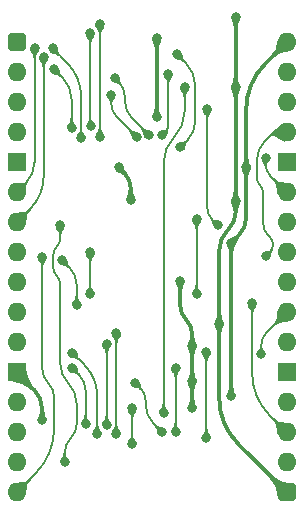
<source format=gbl>
%TF.GenerationSoftware,KiCad,Pcbnew,9.0.4*%
%TF.CreationDate,2025-09-16T11:58:38+02:00*%
%TF.ProjectId,Main Memory Full Enable,4d61696e-204d-4656-9d6f-72792046756c,V0*%
%TF.SameCoordinates,Original*%
%TF.FileFunction,Copper,L2,Bot*%
%TF.FilePolarity,Positive*%
%FSLAX46Y46*%
G04 Gerber Fmt 4.6, Leading zero omitted, Abs format (unit mm)*
G04 Created by KiCad (PCBNEW 9.0.4) date 2025-09-16 11:58:38*
%MOMM*%
%LPD*%
G01*
G04 APERTURE LIST*
G04 Aperture macros list*
%AMRoundRect*
0 Rectangle with rounded corners*
0 $1 Rounding radius*
0 $2 $3 $4 $5 $6 $7 $8 $9 X,Y pos of 4 corners*
0 Add a 4 corners polygon primitive as box body*
4,1,4,$2,$3,$4,$5,$6,$7,$8,$9,$2,$3,0*
0 Add four circle primitives for the rounded corners*
1,1,$1+$1,$2,$3*
1,1,$1+$1,$4,$5*
1,1,$1+$1,$6,$7*
1,1,$1+$1,$8,$9*
0 Add four rect primitives between the rounded corners*
20,1,$1+$1,$2,$3,$4,$5,0*
20,1,$1+$1,$4,$5,$6,$7,0*
20,1,$1+$1,$6,$7,$8,$9,0*
20,1,$1+$1,$8,$9,$2,$3,0*%
G04 Aperture macros list end*
%TA.AperFunction,ComponentPad*%
%ADD10RoundRect,0.400000X-0.400000X-0.400000X0.400000X-0.400000X0.400000X0.400000X-0.400000X0.400000X0*%
%TD*%
%TA.AperFunction,ComponentPad*%
%ADD11O,1.600000X1.600000*%
%TD*%
%TA.AperFunction,ComponentPad*%
%ADD12R,1.600000X1.600000*%
%TD*%
%TA.AperFunction,ViaPad*%
%ADD13C,0.800000*%
%TD*%
%TA.AperFunction,Conductor*%
%ADD14C,0.380000*%
%TD*%
%TA.AperFunction,Conductor*%
%ADD15C,0.200000*%
%TD*%
G04 APERTURE END LIST*
D10*
%TO.P,J2,1,Pin_1*%
%TO.N,5V*%
X0Y0D03*
D11*
%TO.P,J2,2,Pin_2*%
%TO.N,~{Main}3*%
X0Y-2540000D03*
%TO.P,J2,3,Pin_3*%
%TO.N,~{Main}4*%
X0Y-5080000D03*
%TO.P,J2,4,Pin_4*%
%TO.N,~{Main}5*%
X0Y-7620000D03*
D12*
%TO.P,J2,5,Pin_5*%
%TO.N,GND*%
X0Y-10160000D03*
D11*
%TO.P,J2,6,Pin_6*%
%TO.N,~{Main}6*%
X0Y-12700000D03*
%TO.P,J2,7,Pin_7*%
%TO.N,~{Main}7*%
X0Y-15240000D03*
%TO.P,J2,8,Pin_8*%
%TO.N,~{Main}8*%
X0Y-17780000D03*
%TO.P,J2,9,Pin_9*%
%TO.N,~{Main}9*%
X0Y-20320000D03*
%TO.P,J2,10,Pin_10*%
%TO.N,~{Main}10*%
X0Y-22860000D03*
%TO.P,J2,11,Pin_11*%
%TO.N,~{Main}11*%
X0Y-25400000D03*
D12*
%TO.P,J2,12,Pin_12*%
%TO.N,GND*%
X0Y-27940000D03*
D11*
%TO.P,J2,13,Pin_13*%
%TO.N,~{Main}12*%
X0Y-30480000D03*
%TO.P,J2,14,Pin_14*%
%TO.N,~{Main}13*%
X0Y-33020000D03*
%TO.P,J2,15,Pin_15*%
%TO.N,~{Reset}*%
X0Y-35560000D03*
%TO.P,J2,16,Pin_16*%
%TO.N,~{Set Contention}*%
X0Y-38100000D03*
D10*
%TO.P,J2,17,Pin_17*%
%TO.N,5V*%
X22860000Y-38100000D03*
D11*
%TO.P,J2,18,Pin_18*%
%TO.N,unconnected-(J2-Pin_18-Pad18)*%
X22860000Y-35560000D03*
%TO.P,J2,19,Pin_19*%
%TO.N,~{Contention}*%
X22860000Y-33020000D03*
%TO.P,J2,20,Pin_20*%
%TO.N,unconnected-(J2-Pin_20-Pad20)*%
X22860000Y-30480000D03*
D12*
%TO.P,J2,21,Pin_21*%
%TO.N,GND*%
X22860000Y-27940000D03*
D11*
%TO.P,J2,22,Pin_22*%
%TO.N,~{Main}14*%
X22860000Y-25400000D03*
%TO.P,J2,23,Pin_23*%
%TO.N,~{Main}15*%
X22860000Y-22860000D03*
%TO.P,J2,24,Pin_24*%
%TO.N,unconnected-(J2-Pin_24-Pad24)*%
X22860000Y-20320000D03*
%TO.P,J2,25,Pin_25*%
%TO.N,unconnected-(J2-Pin_25-Pad25)*%
X22860000Y-17780000D03*
%TO.P,J2,26,Pin_26*%
%TO.N,unconnected-(J2-Pin_26-Pad26)*%
X22860000Y-15240000D03*
%TO.P,J2,27,Pin_27*%
%TO.N,~{Main}0*%
X22860000Y-12700000D03*
D12*
%TO.P,J2,28,Pin_28*%
%TO.N,GND*%
X22860000Y-10160000D03*
D11*
%TO.P,J2,29,Pin_29*%
%TO.N,~{Main Memory}*%
X22860000Y-7620000D03*
%TO.P,J2,30,Pin_30*%
%TO.N,~{Main}1*%
X22860000Y-5080000D03*
%TO.P,J2,31,Pin_31*%
%TO.N,~{Main}2*%
X22860000Y-2540000D03*
%TO.P,J2,32,Pin_32*%
%TO.N,3.3V*%
X22860000Y0D03*
%TD*%
D13*
%TO.N,GND*%
X13843000Y-20193000D03*
%TO.N,3.3V*%
X18161000Y-29972000D03*
X18161000Y-16982974D03*
%TO.N,/~{Pre-Main Memory}*%
X16131000Y-5637000D03*
X17018000Y-15494000D03*
%TO.N,~{Main}0*%
X21081999Y-9778999D03*
%TO.N,3.3V*%
X8636000Y-10600000D03*
X9652000Y-13335000D03*
%TO.N,~{Reset}*%
X4064000Y-35560000D03*
%TO.N,~{Set Contention}*%
X2159000Y-18161000D03*
%TO.N,5V*%
X18542000Y-13462000D03*
%TO.N,~{Main}14*%
X16065500Y-33528000D03*
X16065500Y-26225500D03*
%TO.N,~{Main}15*%
X13462000Y-27559000D03*
X13462000Y-33020000D03*
%TO.N,~{Main}12*%
X10033000Y-28829000D03*
X12319000Y-33020000D03*
%TO.N,~{Main}13*%
X9779000Y-34036000D03*
X9779000Y-30988000D03*
%TO.N,3.3V*%
X19431000Y-10600000D03*
%TO.N,~{Main Memory}*%
X21089502Y-18090104D03*
%TO.N,~{Main}11*%
X5842000Y-32344002D03*
X4699000Y-27559000D03*
%TO.N,~{Main}10*%
X6817001Y-33147000D03*
X4699000Y-26289000D03*
%TO.N,~{Main}9*%
X7620000Y-32385000D03*
X7620000Y-25527000D03*
%TO.N,~{Main}8*%
X8433514Y-33147000D03*
X8433514Y-24638000D03*
%TO.N,~{Contention}*%
X19939000Y-22098000D03*
X5080000Y-22225000D03*
X3851971Y-18444999D03*
%TO.N,/Contention*%
X15240000Y-14986000D03*
X15240000Y-21336000D03*
X6223000Y-17795000D03*
X6223000Y-21336000D03*
%TO.N,~{Reset}*%
X3683000Y-15494000D03*
%TO.N,/Pre-Main Memory B*%
X14224000Y-3810000D03*
X12446000Y-31369000D03*
%TO.N,~{Main}2*%
X3048000Y-511331D03*
X5461000Y-8128000D03*
%TO.N,~{Main}1*%
X6332785Y-7109358D03*
X6223000Y762000D03*
%TO.N,~{Main}7*%
X12827000Y-2667000D03*
X2286000Y-1270000D03*
X12319000Y-7859358D03*
%TO.N,~{Main}0*%
X7042000Y-8001000D03*
X7042000Y1524000D03*
%TO.N,~{Main}4*%
X11176000Y-7859358D03*
X8289458Y-3054397D03*
%TO.N,GND*%
X11861001Y-6359358D03*
X11861001Y330999D03*
X2159000Y-32004000D03*
X14859000Y-25714000D03*
X14859000Y-30988000D03*
X14859000Y-28702000D03*
%TO.N,5V*%
X18542000Y2159000D03*
X18542000Y-3810000D03*
%TO.N,~{Main}3*%
X3175000Y-2286000D03*
X4642000Y-7239000D03*
%TO.N,~{Main}6*%
X13831000Y-8890000D03*
X1524000Y-508000D03*
X13589000Y-1016000D03*
%TO.N,~{Main}5*%
X10160000Y-8001000D03*
X8001000Y-4445000D03*
%TO.N,~{Main}15*%
X20701000Y-26416000D03*
%TO.N,5V*%
X17145000Y-23814000D03*
%TD*%
D14*
%TO.N,5V*%
X17843499Y-15938499D02*
G75*
G03*
X17145010Y-17624828I1686301J-1686301D01*
G01*
X17145000Y-30131036D02*
G75*
G03*
X18738790Y-33978794I5441550J-4D01*
G01*
X18542000Y-14351000D02*
G75*
G02*
X17913375Y-15868610I-2146200J0D01*
G01*
%TO.N,GND*%
X14351000Y-23495000D02*
G75*
G02*
X14858992Y-24721420I-1226400J-1226400D01*
G01*
X13843000Y-22268579D02*
G75*
G03*
X14350994Y-23495006I1734400J-21D01*
G01*
X1485480Y-29425480D02*
G75*
G02*
X2159000Y-31051500I-1626027J-1626023D01*
G01*
%TO.N,3.3V*%
X9144000Y-11108000D02*
G75*
G02*
X9651992Y-12334420I-1226400J-1226400D01*
G01*
X19431000Y-14814948D02*
G75*
G02*
X18795999Y-16347973I-2168040J8D01*
G01*
X21024792Y-1835207D02*
G75*
G03*
X19431002Y-5682963I3847758J-3847753D01*
G01*
D15*
%TO.N,~{Main}15*%
X21194914Y-24525085D02*
G75*
G03*
X20700991Y-25717500I1192386J-1192415D01*
G01*
%TO.N,~{Main}11*%
X5270500Y-28130500D02*
G75*
G02*
X5842003Y-29510223I-1379730J-1379730D01*
G01*
%TO.N,~{Main}10*%
X5758000Y-27348000D02*
G75*
G02*
X6817003Y-29904653I-2556660J-2556660D01*
G01*
%TO.N,~{Main}12*%
X10477500Y-29273500D02*
G75*
G02*
X10921993Y-30346617I-1073100J-1073100D01*
G01*
X10922000Y-30670500D02*
G75*
G03*
X11595527Y-32296511I2299500J0D01*
G01*
%TO.N,~{Main Memory}*%
X21697338Y-17112036D02*
G75*
G02*
X21435530Y-17744047I-893838J36D01*
G01*
X20597514Y-12088514D02*
G75*
G02*
X20863011Y-12729523I-641014J-640986D01*
G01*
X22294315Y-7620000D02*
G75*
G03*
X21328620Y-8019989I-15J-1365700D01*
G01*
X20863029Y-15317549D02*
G75*
G03*
X21280183Y-16324649I1424251J-1D01*
G01*
X21435544Y-16480010D02*
G75*
G02*
X21697307Y-17112036I-632044J-631990D01*
G01*
X20331999Y-11447504D02*
G75*
G03*
X20597521Y-12088507I906501J4D01*
G01*
X21030314Y-8318315D02*
G75*
G03*
X20331998Y-10004198I1685886J-1685885D01*
G01*
%TO.N,~{Set Contention}*%
X3175000Y-32679935D02*
G75*
G02*
X1587500Y-36512500I-5420069J1D01*
G01*
X2667000Y-28829000D02*
G75*
G02*
X3175000Y-30055420I-1226420J-1226420D01*
G01*
X2159000Y-27602579D02*
G75*
G03*
X2667002Y-28828998I1734410J-1D01*
G01*
%TO.N,~{Main}5*%
X8001000Y-5143500D02*
G75*
G03*
X8494920Y-6335908I1686300J0D01*
G01*
%TO.N,~{Main}6*%
X14351000Y-1778000D02*
G75*
G02*
X15112987Y-3617630I-1839600J-1839600D01*
G01*
X15113000Y-6701489D02*
G75*
G02*
X14472003Y-8249003I-2188500J-11D01*
G01*
X1524000Y-10098369D02*
G75*
G02*
X762000Y-11938000I-2601639J3D01*
G01*
%TO.N,~{Main}3*%
X3908500Y-3019500D02*
G75*
G02*
X4642002Y-4790325I-1770830J-1770830D01*
G01*
%TO.N,~{Contention}*%
X19939000Y-28033541D02*
G75*
G03*
X21399502Y-31559498I4986450J1D01*
G01*
X4465985Y-19059013D02*
G75*
G02*
X5080002Y-20541375I-1482365J-1482367D01*
G01*
%TO.N,~{Reset}*%
X3392485Y-19775485D02*
G75*
G02*
X3683000Y-20476849I-701365J-701365D01*
G01*
X3683000Y-27206171D02*
G75*
G03*
X4381501Y-28892499I2384830J1D01*
G01*
X4381500Y-28892500D02*
G75*
G02*
X5080001Y-30578828I-1686330J-1686330D01*
G01*
X3101971Y-19074121D02*
G75*
G03*
X3392486Y-19775484I991879J1D01*
G01*
X5080000Y-32301579D02*
G75*
G02*
X4572000Y-33528000I-1734420J-1D01*
G01*
X3392485Y-17308514D02*
G75*
G03*
X3101941Y-18009878I701315J-701386D01*
G01*
X3683000Y-16607150D02*
G75*
G02*
X3392488Y-17308517I-991890J0D01*
G01*
X4572000Y-33528000D02*
G75*
G03*
X4064008Y-34754420I1226400J-1226400D01*
G01*
%TO.N,~{Main}4*%
X8716729Y-3481668D02*
G75*
G02*
X9144004Y-4513191I-1031529J-1031532D01*
G01*
X9144000Y-4868148D02*
G75*
G03*
X9822264Y-6505620I2315730J-2D01*
G01*
%TO.N,~{Main}0*%
X21081999Y-10350499D02*
G75*
G03*
X21486114Y-11326106I1379701J-1D01*
G01*
%TO.N,~{Main}7*%
X2286000Y-11337553D02*
G75*
G02*
X1143000Y-14097000I-3902459J4D01*
G01*
X12827000Y-6992147D02*
G75*
G02*
X12572998Y-7605356I-867220J7D01*
G01*
%TO.N,~{Main}1*%
X6223000Y-6921943D02*
G75*
G03*
X6277917Y-7054440I187400J43D01*
G01*
%TO.N,~{Main}2*%
X4254500Y-1717831D02*
G75*
G02*
X5460997Y-4630579I-2912760J-2912749D01*
G01*
%TO.N,/Pre-Main Memory B*%
X13335000Y-8001000D02*
G75*
G03*
X12446015Y-10147235I2146200J-2146200D01*
G01*
X14224000Y-5854764D02*
G75*
G02*
X13334999Y-8000999I-3035240J4D01*
G01*
%TO.N,/~{Pre-Main Memory}*%
X16131000Y-13979796D02*
G75*
G03*
X16574499Y-15050501I1514200J-4D01*
G01*
D14*
%TO.N,GND*%
X14859000Y-24721420D02*
X14859000Y-25714000D01*
X13843000Y-20193000D02*
X13843000Y-22268579D01*
D15*
%TO.N,~{Main}7*%
X12319000Y-7859358D02*
X12573000Y-7605358D01*
X12827000Y-2667000D02*
X12827000Y-6992147D01*
%TO.N,/Pre-Main Memory B*%
X12446000Y-31369000D02*
X12446000Y-10147235D01*
X14224000Y-3810000D02*
X14224000Y-5854764D01*
%TO.N,~{Main}6*%
X13831000Y-8890000D02*
X14472000Y-8249000D01*
X15113000Y-3617630D02*
X15113000Y-6701489D01*
X14351000Y-1778000D02*
X13589000Y-1016000D01*
%TO.N,~{Main}5*%
X8001000Y-5143500D02*
X8001000Y-4445000D01*
X10160000Y-8001000D02*
X8494914Y-6335914D01*
%TO.N,~{Main}4*%
X9144000Y-4513191D02*
X9144000Y-4868148D01*
X8289458Y-3054397D02*
X8716729Y-3481668D01*
X9822263Y-6505621D02*
X11176000Y-7859358D01*
D14*
%TO.N,GND*%
X11861001Y-6359358D02*
X11861001Y330999D01*
D15*
%TO.N,/~{Pre-Main Memory}*%
X17018000Y-15494000D02*
X16574500Y-15050500D01*
X16131000Y-13979796D02*
X16131000Y-5637000D01*
D14*
%TO.N,3.3V*%
X18161000Y-29972000D02*
X18161000Y-16982974D01*
%TO.N,5V*%
X17145000Y-17624828D02*
X17145000Y-23814000D01*
X17843499Y-15938499D02*
X17913382Y-15868617D01*
X18542000Y-13462000D02*
X18542000Y-14351000D01*
%TO.N,3.3V*%
X18796000Y-16347974D02*
X18161000Y-16982974D01*
X19431000Y-10600000D02*
X19431000Y-14814948D01*
%TO.N,5V*%
X18738792Y-33978792D02*
X22860000Y-38100000D01*
X17145000Y-30131036D02*
X17145000Y-23814000D01*
D15*
%TO.N,~{Main Memory}*%
X21435544Y-17744061D02*
X21089502Y-18090104D01*
X21280183Y-16324649D02*
X21435544Y-16480010D01*
X20863029Y-12729523D02*
X20863029Y-15317549D01*
X21328630Y-8019999D02*
X21030314Y-8318315D01*
X20331999Y-11447504D02*
X20331999Y-10004198D01*
%TO.N,~{Main}0*%
X21081999Y-9778999D02*
X21081999Y-10350499D01*
X21486110Y-11326110D02*
X22860000Y-12700000D01*
D14*
%TO.N,3.3V*%
X9144000Y-11108000D02*
X8636000Y-10600000D01*
X9652000Y-13335000D02*
X9652000Y-12334420D01*
D15*
%TO.N,~{Set Contention}*%
X1587500Y-36512500D02*
X0Y-38100000D01*
X3175000Y-32679935D02*
X3175000Y-30055420D01*
X2159000Y-27602579D02*
X2159000Y-18161000D01*
%TO.N,~{Reset}*%
X4064000Y-35560000D02*
X4064000Y-34754420D01*
D14*
%TO.N,GND*%
X2159000Y-32004000D02*
X2159000Y-31051500D01*
X1485480Y-29425480D02*
X0Y-27940000D01*
%TO.N,5V*%
X18542000Y-3810000D02*
X18542000Y-13462000D01*
D15*
%TO.N,~{Main}14*%
X16065500Y-26225500D02*
X16065500Y-33528000D01*
%TO.N,~{Main}15*%
X13462000Y-27559000D02*
X13462000Y-33020000D01*
%TO.N,~{Main}12*%
X10922000Y-30346617D02*
X10922000Y-30670500D01*
X11595519Y-32296519D02*
X12319000Y-33020000D01*
X10477500Y-29273500D02*
X10033000Y-28829000D01*
D14*
%TO.N,GND*%
X14859000Y-28702000D02*
X14859000Y-30988000D01*
D15*
%TO.N,~{Main}13*%
X9779000Y-30988000D02*
X9779000Y-34036000D01*
D14*
%TO.N,3.3V*%
X19431000Y-10600000D02*
X19431000Y-5682963D01*
X21024792Y-1835207D02*
X22860000Y0D01*
D15*
%TO.N,~{Main}11*%
X4699000Y-27559000D02*
X5270500Y-28130500D01*
X5842000Y-32344002D02*
X5842000Y-29510223D01*
%TO.N,~{Main}10*%
X6817001Y-29904653D02*
X6817001Y-33147000D01*
X4699000Y-26289000D02*
X5758000Y-27348000D01*
%TO.N,~{Main}9*%
X7620000Y-32385000D02*
X7620000Y-25527000D01*
%TO.N,~{Main}8*%
X8433514Y-24638000D02*
X8433514Y-33147000D01*
%TO.N,~{Contention}*%
X21399500Y-31559500D02*
X22860000Y-33020000D01*
X19939000Y-28033541D02*
X19939000Y-22098000D01*
X5080000Y-20541375D02*
X5080000Y-22225000D01*
X3851971Y-18444999D02*
X4465985Y-19059013D01*
%TO.N,~{Reset}*%
X3683000Y-15494000D02*
X3683000Y-16607150D01*
X5080000Y-30578828D02*
X5080000Y-32301579D01*
X3101971Y-19074121D02*
X3101971Y-18009878D01*
X3683000Y-20476849D02*
X3683000Y-27206171D01*
%TO.N,/Contention*%
X6223000Y-21336000D02*
X6223000Y-17795000D01*
X15240000Y-14986000D02*
X15240000Y-21336000D01*
%TO.N,~{Main}2*%
X3048000Y-511331D02*
X4254500Y-1717831D01*
X5461000Y-4630579D02*
X5461000Y-8128000D01*
%TO.N,~{Main}1*%
X6332785Y-7109358D02*
X6277892Y-7054465D01*
X6223000Y762000D02*
X6223000Y-6921943D01*
%TO.N,~{Main}7*%
X1143000Y-14097000D02*
X0Y-15240000D01*
X2286000Y-11337553D02*
X2286000Y-1270000D01*
%TO.N,~{Main}0*%
X7042000Y-8001000D02*
X7042000Y1524000D01*
D14*
%TO.N,GND*%
X14859000Y-28702000D02*
X14859000Y-25714000D01*
%TO.N,5V*%
X18542000Y-3810000D02*
X18542000Y2159000D01*
D15*
%TO.N,~{Main}3*%
X4642000Y-7239000D02*
X4642000Y-4790325D01*
X3175000Y-2286000D02*
X3908500Y-3019500D01*
%TO.N,~{Main}6*%
X1524000Y-508000D02*
X1524000Y-10098369D01*
X762000Y-11938000D02*
X0Y-12700000D01*
%TO.N,~{Main}15*%
X21194914Y-24525085D02*
X22860000Y-22860000D01*
X20701000Y-25717500D02*
X20701000Y-26416000D01*
%TD*%
%TA.AperFunction,Conductor*%
%TO.N,~{Main Memory}*%
G36*
X22422056Y-6964545D02*
G01*
X22422145Y-6964677D01*
X22858013Y-7615267D01*
X22859771Y-7624047D01*
X22859767Y-7624070D01*
X22706436Y-8392063D01*
X22701455Y-8399505D01*
X22692671Y-8401246D01*
X22691641Y-8400991D01*
X22524018Y-8351375D01*
X22522198Y-8350666D01*
X22367857Y-8275176D01*
X22366598Y-8274460D01*
X22231682Y-8186299D01*
X22231035Y-8185845D01*
X22110525Y-8094927D01*
X22110473Y-8094887D01*
X22031712Y-8034762D01*
X22031703Y-8034755D01*
X21975003Y-7998110D01*
X21896541Y-7947400D01*
X21789027Y-7908991D01*
X21789030Y-7908991D01*
X21686604Y-7908542D01*
X21685708Y-7908539D01*
X21685707Y-7908539D01*
X21685706Y-7908539D01*
X21642407Y-7920603D01*
X21629658Y-7924156D01*
X21629657Y-7924156D01*
X21629655Y-7924157D01*
X21570840Y-7952034D01*
X21502433Y-7998110D01*
X21502425Y-7998116D01*
X21437661Y-8054551D01*
X21429173Y-8057402D01*
X21421554Y-8053852D01*
X21298471Y-7926242D01*
X21295194Y-7917909D01*
X21298682Y-7909784D01*
X21585373Y-7627508D01*
X21670866Y-7542351D01*
X21671116Y-7542110D01*
X21917686Y-7314613D01*
X21918469Y-7313953D01*
X22120645Y-7158278D01*
X22121100Y-7157946D01*
X22405783Y-6961557D01*
X22414537Y-6959681D01*
X22422056Y-6964545D01*
G37*
%TD.AperFunction*%
%TD*%
%TA.AperFunction,Conductor*%
%TO.N,~{Main}7*%
G36*
X12880120Y-7251656D02*
G01*
X12887564Y-7256631D01*
X12889311Y-7265414D01*
X12889230Y-7265787D01*
X12844451Y-7457862D01*
X12844230Y-7458678D01*
X12801663Y-7595640D01*
X12801609Y-7595808D01*
X12783119Y-7652284D01*
X12749038Y-7770044D01*
X12713816Y-7926293D01*
X12708653Y-7933610D01*
X12700148Y-7935201D01*
X12323589Y-7861277D01*
X12316131Y-7856320D01*
X12316103Y-7856279D01*
X12103874Y-7537439D01*
X12102143Y-7528653D01*
X12107131Y-7521216D01*
X12108025Y-7520678D01*
X12181945Y-7480662D01*
X12183835Y-7479847D01*
X12265090Y-7453046D01*
X12267074Y-7452579D01*
X12419591Y-7430493D01*
X12419712Y-7430477D01*
X12514496Y-7418937D01*
X12595084Y-7390218D01*
X12626390Y-7365905D01*
X12653349Y-7332076D01*
X12677614Y-7281649D01*
X12692946Y-7225514D01*
X12698431Y-7218438D01*
X12706513Y-7217124D01*
X12880120Y-7251656D01*
G37*
%TD.AperFunction*%
%TD*%
%TA.AperFunction,Conductor*%
%TO.N,GND*%
G36*
X15046182Y-24925113D02*
G01*
X15049592Y-24932762D01*
X15056283Y-25058001D01*
X15067481Y-25116121D01*
X15076006Y-25160371D01*
X15076007Y-25160373D01*
X15104973Y-25242038D01*
X15104973Y-25242040D01*
X15139945Y-25316153D01*
X15140026Y-25316328D01*
X15195434Y-25438941D01*
X15196030Y-25440574D01*
X15247873Y-25623804D01*
X15246828Y-25632697D01*
X15239800Y-25638247D01*
X15238926Y-25638459D01*
X14861311Y-25714534D01*
X14856689Y-25714534D01*
X14479038Y-25638452D01*
X14471605Y-25633458D01*
X14469879Y-25624671D01*
X14470082Y-25623829D01*
X14519735Y-25446419D01*
X14520325Y-25444788D01*
X14577974Y-25316328D01*
X14578041Y-25316182D01*
X14606485Y-25256876D01*
X14651179Y-25122614D01*
X14664272Y-25033856D01*
X14668528Y-24932893D01*
X14672301Y-24924772D01*
X14680218Y-24921686D01*
X15037909Y-24921686D01*
X15046182Y-24925113D01*
G37*
%TD.AperFunction*%
%TD*%
%TA.AperFunction,Conductor*%
%TO.N,GND*%
G36*
X14222961Y-20268547D02*
G01*
X14230394Y-20273541D01*
X14232120Y-20282328D01*
X14231917Y-20283170D01*
X14182264Y-20460578D01*
X14181671Y-20462215D01*
X14124056Y-20590602D01*
X14123931Y-20590872D01*
X14095519Y-20650111D01*
X14095512Y-20650129D01*
X14050821Y-20784380D01*
X14037727Y-20873146D01*
X14033472Y-20974107D01*
X14029699Y-20982228D01*
X14021782Y-20985314D01*
X13664091Y-20985314D01*
X13655818Y-20981887D01*
X13652408Y-20974238D01*
X13645716Y-20848998D01*
X13625994Y-20746629D01*
X13597027Y-20664961D01*
X13562038Y-20590811D01*
X13561973Y-20590670D01*
X13561942Y-20590602D01*
X13506564Y-20468057D01*
X13505968Y-20466424D01*
X13454126Y-20283195D01*
X13455171Y-20274302D01*
X13462199Y-20268752D01*
X13463060Y-20268542D01*
X13840692Y-20192465D01*
X13845308Y-20192465D01*
X14222961Y-20268547D01*
G37*
%TD.AperFunction*%
%TD*%
%TA.AperFunction,Conductor*%
%TO.N,~{Main}7*%
G36*
X13207070Y-2742569D02*
G01*
X13214503Y-2747563D01*
X13216229Y-2756350D01*
X13216053Y-2757093D01*
X13188442Y-2859213D01*
X13187857Y-2860871D01*
X13149550Y-2947930D01*
X13148515Y-2949799D01*
X13060162Y-3079679D01*
X13060052Y-3079837D01*
X12991335Y-3177353D01*
X12945068Y-3291937D01*
X12931758Y-3367332D01*
X12931757Y-3367341D01*
X12927574Y-3448218D01*
X12923725Y-3456303D01*
X12915890Y-3459314D01*
X12737785Y-3459314D01*
X12729512Y-3455887D01*
X12726124Y-3448565D01*
X12719502Y-3367332D01*
X12716042Y-3324880D01*
X12686688Y-3225287D01*
X12686686Y-3225283D01*
X12644213Y-3147821D01*
X12593886Y-3079752D01*
X12585276Y-3068383D01*
X12555724Y-3029359D01*
X12554950Y-3028197D01*
X12508195Y-2947930D01*
X12485140Y-2908350D01*
X12484295Y-2906568D01*
X12457407Y-2834822D01*
X12457018Y-2833578D01*
X12437688Y-2756939D01*
X12438988Y-2748083D01*
X12446171Y-2742736D01*
X12446713Y-2742612D01*
X12824692Y-2666465D01*
X12829308Y-2666465D01*
X13207070Y-2742569D01*
G37*
%TD.AperFunction*%
%TD*%
%TA.AperFunction,Conductor*%
%TO.N,/Pre-Main Memory B*%
G36*
X12543488Y-30580113D02*
G01*
X12546876Y-30587435D01*
X12556958Y-30711120D01*
X12586312Y-30810714D01*
X12586313Y-30810716D01*
X12628785Y-30888178D01*
X12679113Y-30956247D01*
X12679168Y-30956319D01*
X12717272Y-31006635D01*
X12718049Y-31007801D01*
X12787858Y-31127647D01*
X12788704Y-31129430D01*
X12815592Y-31201177D01*
X12815981Y-31202421D01*
X12835311Y-31279056D01*
X12834011Y-31287916D01*
X12826828Y-31293263D01*
X12826277Y-31293388D01*
X12448311Y-31369534D01*
X12443689Y-31369534D01*
X12065929Y-31293430D01*
X12058496Y-31288436D01*
X12056770Y-31279649D01*
X12056946Y-31278906D01*
X12077797Y-31201789D01*
X12084559Y-31176778D01*
X12085139Y-31175135D01*
X12123451Y-31088062D01*
X12124480Y-31086203D01*
X12212887Y-30956247D01*
X12212917Y-30956203D01*
X12281665Y-30858644D01*
X12327932Y-30744062D01*
X12341241Y-30668673D01*
X12345426Y-30587782D01*
X12349275Y-30579697D01*
X12357110Y-30576686D01*
X12535215Y-30576686D01*
X12543488Y-30580113D01*
G37*
%TD.AperFunction*%
%TD*%
%TA.AperFunction,Conductor*%
%TO.N,/Pre-Main Memory B*%
G36*
X14604070Y-3885569D02*
G01*
X14611503Y-3890563D01*
X14613229Y-3899350D01*
X14613053Y-3900093D01*
X14585442Y-4002213D01*
X14584857Y-4003871D01*
X14546550Y-4090930D01*
X14545515Y-4092799D01*
X14457162Y-4222679D01*
X14457052Y-4222837D01*
X14388335Y-4320353D01*
X14342068Y-4434937D01*
X14328758Y-4510332D01*
X14328757Y-4510341D01*
X14324574Y-4591218D01*
X14320725Y-4599303D01*
X14312890Y-4602314D01*
X14134785Y-4602314D01*
X14126512Y-4598887D01*
X14123124Y-4591565D01*
X14116502Y-4510332D01*
X14113042Y-4467880D01*
X14083688Y-4368287D01*
X14083686Y-4368283D01*
X14041213Y-4290821D01*
X13990886Y-4222752D01*
X13982276Y-4211383D01*
X13952724Y-4172359D01*
X13951950Y-4171197D01*
X13905195Y-4090930D01*
X13882140Y-4051350D01*
X13881295Y-4049568D01*
X13854407Y-3977822D01*
X13854018Y-3976578D01*
X13834688Y-3899939D01*
X13835988Y-3891083D01*
X13843171Y-3885736D01*
X13843713Y-3885612D01*
X14221692Y-3809465D01*
X14226308Y-3809465D01*
X14604070Y-3885569D01*
G37*
%TD.AperFunction*%
%TD*%
%TA.AperFunction,Conductor*%
%TO.N,~{Main}6*%
G36*
X14328396Y-8266895D02*
G01*
X14454334Y-8392833D01*
X14457761Y-8401106D01*
X14454979Y-8408680D01*
X14374652Y-8503263D01*
X14324983Y-8594448D01*
X14300241Y-8679255D01*
X14287696Y-8762976D01*
X14279048Y-8825582D01*
X14278771Y-8826966D01*
X14243392Y-8961070D01*
X14242729Y-8962929D01*
X14211010Y-9032671D01*
X14210405Y-9033826D01*
X14169882Y-9101686D01*
X14162698Y-9107032D01*
X14153838Y-9105732D01*
X14153361Y-9105431D01*
X14147726Y-9101686D01*
X14043889Y-9032671D01*
X13832256Y-8892011D01*
X13828988Y-8888743D01*
X13615685Y-8567813D01*
X13613959Y-8559026D01*
X13618953Y-8551593D01*
X13619579Y-8551204D01*
X13711347Y-8498499D01*
X13712920Y-8497748D01*
X13801579Y-8463270D01*
X13803612Y-8462685D01*
X13957988Y-8433310D01*
X13958132Y-8433284D01*
X14075674Y-8412921D01*
X14189411Y-8364615D01*
X14252131Y-8320718D01*
X14312288Y-8266478D01*
X14320727Y-8263484D01*
X14328396Y-8266895D01*
G37*
%TD.AperFunction*%
%TD*%
%TA.AperFunction,Conductor*%
%TO.N,~{Main}6*%
G36*
X13927406Y-803953D02*
G01*
X13927808Y-804602D01*
X13980496Y-896341D01*
X13981254Y-897927D01*
X14015726Y-986569D01*
X14016316Y-988623D01*
X14045685Y-1142972D01*
X14045719Y-1143162D01*
X14066077Y-1260670D01*
X14066078Y-1260674D01*
X14103039Y-1347699D01*
X14114385Y-1374411D01*
X14152165Y-1428392D01*
X14158284Y-1437135D01*
X14212520Y-1497288D01*
X14215515Y-1505727D01*
X14212104Y-1513396D01*
X14086166Y-1639334D01*
X14077893Y-1642761D01*
X14070319Y-1639979D01*
X13975735Y-1559652D01*
X13975733Y-1559651D01*
X13975732Y-1559650D01*
X13884552Y-1509984D01*
X13884551Y-1509983D01*
X13884550Y-1509983D01*
X13799743Y-1485241D01*
X13730992Y-1474939D01*
X13716036Y-1472698D01*
X13716022Y-1472696D01*
X13653416Y-1464048D01*
X13652032Y-1463771D01*
X13517928Y-1428392D01*
X13516069Y-1427729D01*
X13446327Y-1396010D01*
X13445172Y-1395405D01*
X13400400Y-1368669D01*
X13377312Y-1354882D01*
X13371967Y-1347699D01*
X13373267Y-1338839D01*
X13373556Y-1338379D01*
X13586988Y-1017255D01*
X13590256Y-1013988D01*
X13631510Y-986569D01*
X13911187Y-800684D01*
X13919973Y-798959D01*
X13927406Y-803953D01*
G37*
%TD.AperFunction*%
%TD*%
%TA.AperFunction,Conductor*%
%TO.N,~{Main}5*%
G36*
X8007503Y-4448377D02*
G01*
X8323187Y-4660247D01*
X8328147Y-4667703D01*
X8326382Y-4676482D01*
X8325916Y-4677128D01*
X8218333Y-4815982D01*
X8218178Y-4816177D01*
X8162537Y-4884923D01*
X8162535Y-4884927D01*
X8117522Y-4976854D01*
X8104280Y-5047927D01*
X8101373Y-5130669D01*
X8097657Y-5138817D01*
X8089883Y-5141956D01*
X7911995Y-5145045D01*
X7903664Y-5141763D01*
X7900130Y-5134291D01*
X7899837Y-5130669D01*
X7891420Y-5026674D01*
X7877293Y-4976852D01*
X7867746Y-4943179D01*
X7830277Y-4877745D01*
X7830273Y-4877738D01*
X7819484Y-4864113D01*
X7779358Y-4813437D01*
X7779211Y-4813246D01*
X7675907Y-4677105D01*
X7673635Y-4668443D01*
X7678155Y-4660713D01*
X7678695Y-4660325D01*
X7994464Y-4448376D01*
X8003241Y-4446612D01*
X8007503Y-4448377D01*
G37*
%TD.AperFunction*%
%TD*%
%TA.AperFunction,Conductor*%
%TO.N,~{Main}5*%
G36*
X9678679Y-7377019D02*
G01*
X9773267Y-7457350D01*
X9864447Y-7507015D01*
X9907965Y-7519711D01*
X9949255Y-7531757D01*
X9949256Y-7531757D01*
X9949259Y-7531758D01*
X10032962Y-7544301D01*
X10095582Y-7552950D01*
X10096967Y-7553227D01*
X10231078Y-7588609D01*
X10232922Y-7589267D01*
X10297236Y-7618517D01*
X10302671Y-7620989D01*
X10303826Y-7621594D01*
X10371686Y-7662117D01*
X10377032Y-7669301D01*
X10375732Y-7678161D01*
X10375431Y-7678638D01*
X10162011Y-7999743D01*
X10158743Y-8003011D01*
X9837813Y-8216314D01*
X9829026Y-8218040D01*
X9821593Y-8213046D01*
X9821191Y-8212397D01*
X9768503Y-8120658D01*
X9767745Y-8119072D01*
X9733271Y-8030422D01*
X9732685Y-8028383D01*
X9703313Y-7874025D01*
X9703279Y-7873835D01*
X9703190Y-7873322D01*
X9682921Y-7756326D01*
X9634615Y-7642588D01*
X9590718Y-7579869D01*
X9536477Y-7519710D01*
X9533484Y-7511271D01*
X9536894Y-7503604D01*
X9662834Y-7377664D01*
X9671106Y-7374238D01*
X9678679Y-7377019D01*
G37*
%TD.AperFunction*%
%TD*%
%TA.AperFunction,Conductor*%
%TO.N,~{Main}4*%
G36*
X8678927Y-2980412D02*
G01*
X8683885Y-2987868D01*
X8683912Y-2988011D01*
X8706267Y-3109693D01*
X8706285Y-3109791D01*
X8711773Y-3141171D01*
X8746624Y-3284757D01*
X8768075Y-3328883D01*
X8792999Y-3380154D01*
X8793001Y-3380157D01*
X8793003Y-3380161D01*
X8870922Y-3496075D01*
X8872694Y-3504853D01*
X8868089Y-3512066D01*
X8834535Y-3536446D01*
X8724042Y-3616724D01*
X8715335Y-3618814D01*
X8708374Y-3614978D01*
X8639408Y-3536446D01*
X8639401Y-3536440D01*
X8568540Y-3490859D01*
X8495210Y-3472382D01*
X8411761Y-3467138D01*
X8379023Y-3465873D01*
X8378144Y-3465806D01*
X8224021Y-3448154D01*
X8216191Y-3443808D01*
X8213728Y-3435199D01*
X8213873Y-3434268D01*
X8277798Y-3109791D01*
X8287353Y-3061290D01*
X8292314Y-3053837D01*
X8296571Y-3052074D01*
X8670149Y-2978645D01*
X8678927Y-2980412D01*
G37*
%TD.AperFunction*%
%TD*%
%TA.AperFunction,Conductor*%
%TO.N,~{Main}4*%
G36*
X10694679Y-7235377D02*
G01*
X10789267Y-7315708D01*
X10880447Y-7365373D01*
X10923965Y-7378069D01*
X10965255Y-7390115D01*
X10965256Y-7390115D01*
X10965259Y-7390116D01*
X11048962Y-7402659D01*
X11111582Y-7411308D01*
X11112967Y-7411585D01*
X11247078Y-7446967D01*
X11248922Y-7447625D01*
X11313236Y-7476875D01*
X11318671Y-7479347D01*
X11319826Y-7479952D01*
X11387686Y-7520475D01*
X11393032Y-7527659D01*
X11391732Y-7536519D01*
X11391431Y-7536996D01*
X11178011Y-7858101D01*
X11174743Y-7861369D01*
X10853813Y-8074672D01*
X10845026Y-8076398D01*
X10837593Y-8071404D01*
X10837191Y-8070755D01*
X10784503Y-7979016D01*
X10783745Y-7977430D01*
X10757031Y-7908735D01*
X10756644Y-7907552D01*
X10742956Y-7856471D01*
X10742772Y-7855666D01*
X10719313Y-7732383D01*
X10719279Y-7732193D01*
X10719190Y-7731680D01*
X10698921Y-7614684D01*
X10650615Y-7500946D01*
X10606718Y-7438227D01*
X10552477Y-7378068D01*
X10549484Y-7369629D01*
X10552894Y-7361962D01*
X10678834Y-7236022D01*
X10687106Y-7232596D01*
X10694679Y-7235377D01*
G37*
%TD.AperFunction*%
%TD*%
%TA.AperFunction,Conductor*%
%TO.N,GND*%
G36*
X12048183Y-5570471D02*
G01*
X12051593Y-5578120D01*
X12058284Y-5703359D01*
X12069482Y-5761479D01*
X12078007Y-5805729D01*
X12078008Y-5805731D01*
X12106974Y-5887396D01*
X12106974Y-5887398D01*
X12141946Y-5961511D01*
X12142027Y-5961686D01*
X12197435Y-6084299D01*
X12198031Y-6085932D01*
X12249874Y-6269162D01*
X12248829Y-6278055D01*
X12241801Y-6283605D01*
X12240927Y-6283817D01*
X11863312Y-6359892D01*
X11858690Y-6359892D01*
X11481039Y-6283810D01*
X11473606Y-6278816D01*
X11471880Y-6270029D01*
X11472083Y-6269187D01*
X11521736Y-6091777D01*
X11522326Y-6090146D01*
X11579975Y-5961686D01*
X11580042Y-5961540D01*
X11608486Y-5902234D01*
X11653180Y-5767972D01*
X11666273Y-5679214D01*
X11670529Y-5578251D01*
X11674302Y-5570130D01*
X11682219Y-5567044D01*
X12039910Y-5567044D01*
X12048183Y-5570471D01*
G37*
%TD.AperFunction*%
%TD*%
%TA.AperFunction,Conductor*%
%TO.N,GND*%
G36*
X12240962Y255451D02*
G01*
X12248395Y250457D01*
X12250121Y241670D01*
X12249918Y240828D01*
X12200265Y63420D01*
X12199672Y61783D01*
X12142057Y-66603D01*
X12141932Y-66873D01*
X12113520Y-126112D01*
X12113513Y-126130D01*
X12068822Y-260381D01*
X12055728Y-349147D01*
X12051473Y-450108D01*
X12047700Y-458229D01*
X12039783Y-461315D01*
X11682092Y-461315D01*
X11673819Y-457888D01*
X11670409Y-450239D01*
X11663717Y-324999D01*
X11643995Y-222630D01*
X11615028Y-140962D01*
X11580039Y-66812D01*
X11579974Y-66671D01*
X11524563Y55945D01*
X11523969Y57574D01*
X11472127Y240803D01*
X11473172Y249696D01*
X11480200Y255246D01*
X11481074Y255458D01*
X11858690Y331533D01*
X11863312Y331533D01*
X12240962Y255451D01*
G37*
%TD.AperFunction*%
%TD*%
%TA.AperFunction,Conductor*%
%TO.N,/~{Pre-Main Memory}*%
G36*
X16579731Y-14914202D02*
G01*
X16653662Y-14999145D01*
X16728694Y-15048972D01*
X16754665Y-15056121D01*
X16806605Y-15070419D01*
X16829721Y-15072453D01*
X16896075Y-15078295D01*
X16896341Y-15078322D01*
X17069704Y-15098605D01*
X17083471Y-15100216D01*
X17091289Y-15104581D01*
X17093732Y-15113197D01*
X17093590Y-15114099D01*
X17020104Y-15487105D01*
X17015143Y-15494559D01*
X17010882Y-15496323D01*
X16637213Y-15569770D01*
X16628434Y-15568003D01*
X16623476Y-15560547D01*
X16623467Y-15560500D01*
X16605969Y-15469520D01*
X16563659Y-15284738D01*
X16563659Y-15284736D01*
X16511325Y-15172509D01*
X16417216Y-15033043D01*
X16415430Y-15024269D01*
X16420036Y-15017035D01*
X16564031Y-14912417D01*
X16572736Y-14910327D01*
X16579731Y-14914202D01*
G37*
%TD.AperFunction*%
%TD*%
%TA.AperFunction,Conductor*%
%TO.N,/~{Pre-Main Memory}*%
G36*
X16511070Y-5712569D02*
G01*
X16518503Y-5717563D01*
X16520229Y-5726350D01*
X16520053Y-5727093D01*
X16492442Y-5829213D01*
X16491857Y-5830871D01*
X16453550Y-5917930D01*
X16452515Y-5919799D01*
X16364162Y-6049679D01*
X16364052Y-6049837D01*
X16295335Y-6147353D01*
X16249068Y-6261937D01*
X16235758Y-6337332D01*
X16235757Y-6337341D01*
X16231574Y-6418218D01*
X16227725Y-6426303D01*
X16219890Y-6429314D01*
X16041785Y-6429314D01*
X16033512Y-6425887D01*
X16030124Y-6418565D01*
X16023502Y-6337332D01*
X16020042Y-6294880D01*
X15990688Y-6195287D01*
X15990686Y-6195283D01*
X15948213Y-6117821D01*
X15897886Y-6049752D01*
X15889276Y-6038383D01*
X15859724Y-5999359D01*
X15858950Y-5998197D01*
X15812195Y-5917930D01*
X15789140Y-5878350D01*
X15788295Y-5876568D01*
X15761407Y-5804822D01*
X15761018Y-5803578D01*
X15741688Y-5726939D01*
X15742988Y-5718083D01*
X15750171Y-5712736D01*
X15750713Y-5712612D01*
X16128692Y-5636465D01*
X16133308Y-5636465D01*
X16511070Y-5712569D01*
G37*
%TD.AperFunction*%
%TD*%
%TA.AperFunction,Conductor*%
%TO.N,3.3V*%
G36*
X18348182Y-29183113D02*
G01*
X18351592Y-29190762D01*
X18358283Y-29316001D01*
X18369481Y-29374121D01*
X18378006Y-29418371D01*
X18378007Y-29418373D01*
X18406973Y-29500038D01*
X18406973Y-29500040D01*
X18441945Y-29574153D01*
X18442026Y-29574328D01*
X18497434Y-29696941D01*
X18498030Y-29698574D01*
X18549873Y-29881804D01*
X18548828Y-29890697D01*
X18541800Y-29896247D01*
X18540926Y-29896459D01*
X18163311Y-29972534D01*
X18158689Y-29972534D01*
X17781038Y-29896452D01*
X17773605Y-29891458D01*
X17771879Y-29882671D01*
X17772082Y-29881829D01*
X17821735Y-29704419D01*
X17822325Y-29702788D01*
X17879974Y-29574328D01*
X17880041Y-29574182D01*
X17908485Y-29514876D01*
X17953179Y-29380614D01*
X17966272Y-29291856D01*
X17970528Y-29190893D01*
X17974301Y-29182772D01*
X17982218Y-29179686D01*
X18339909Y-29179686D01*
X18348182Y-29183113D01*
G37*
%TD.AperFunction*%
%TD*%
%TA.AperFunction,Conductor*%
%TO.N,3.3V*%
G36*
X18540961Y-17058521D02*
G01*
X18548394Y-17063515D01*
X18550120Y-17072302D01*
X18549917Y-17073144D01*
X18500264Y-17250552D01*
X18499671Y-17252189D01*
X18442056Y-17380576D01*
X18441931Y-17380846D01*
X18413519Y-17440085D01*
X18413512Y-17440103D01*
X18368821Y-17574354D01*
X18355727Y-17663120D01*
X18351472Y-17764081D01*
X18347699Y-17772202D01*
X18339782Y-17775288D01*
X17982091Y-17775288D01*
X17973818Y-17771861D01*
X17970408Y-17764212D01*
X17963716Y-17638972D01*
X17943994Y-17536603D01*
X17915027Y-17454935D01*
X17880038Y-17380785D01*
X17879973Y-17380644D01*
X17879942Y-17380576D01*
X17824564Y-17258031D01*
X17823968Y-17256398D01*
X17772126Y-17073169D01*
X17773171Y-17064276D01*
X17780199Y-17058726D01*
X17781060Y-17058516D01*
X18158692Y-16982439D01*
X18163308Y-16982439D01*
X18540961Y-17058521D01*
G37*
%TD.AperFunction*%
%TD*%
%TA.AperFunction,Conductor*%
%TO.N,5V*%
G36*
X17332182Y-23025113D02*
G01*
X17335592Y-23032762D01*
X17342283Y-23158001D01*
X17353481Y-23216121D01*
X17362006Y-23260371D01*
X17362007Y-23260373D01*
X17390973Y-23342038D01*
X17390973Y-23342040D01*
X17425945Y-23416153D01*
X17426026Y-23416328D01*
X17481434Y-23538941D01*
X17482030Y-23540574D01*
X17533873Y-23723804D01*
X17532828Y-23732697D01*
X17525800Y-23738247D01*
X17524926Y-23738459D01*
X17147311Y-23814534D01*
X17142689Y-23814534D01*
X16765038Y-23738452D01*
X16757605Y-23733458D01*
X16755879Y-23724671D01*
X16756082Y-23723829D01*
X16805735Y-23546419D01*
X16806325Y-23544788D01*
X16863974Y-23416328D01*
X16864041Y-23416182D01*
X16892485Y-23356876D01*
X16937179Y-23222614D01*
X16950272Y-23133856D01*
X16954528Y-23032893D01*
X16958301Y-23024772D01*
X16966218Y-23021686D01*
X17323909Y-23021686D01*
X17332182Y-23025113D01*
G37*
%TD.AperFunction*%
%TD*%
%TA.AperFunction,Conductor*%
%TO.N,5V*%
G36*
X18921961Y-13537547D02*
G01*
X18929394Y-13542541D01*
X18931120Y-13551328D01*
X18930917Y-13552170D01*
X18881264Y-13729578D01*
X18880671Y-13731215D01*
X18823056Y-13859602D01*
X18822931Y-13859872D01*
X18794519Y-13919111D01*
X18794512Y-13919129D01*
X18749821Y-14053380D01*
X18736727Y-14142146D01*
X18732472Y-14243107D01*
X18728699Y-14251228D01*
X18720782Y-14254314D01*
X18363091Y-14254314D01*
X18354818Y-14250887D01*
X18351408Y-14243238D01*
X18344716Y-14117998D01*
X18324994Y-14015629D01*
X18296027Y-13933961D01*
X18261038Y-13859811D01*
X18260973Y-13859670D01*
X18260942Y-13859602D01*
X18205564Y-13737057D01*
X18204968Y-13735424D01*
X18153126Y-13552195D01*
X18154171Y-13543302D01*
X18161199Y-13537752D01*
X18162060Y-13537542D01*
X18539692Y-13461465D01*
X18544308Y-13461465D01*
X18921961Y-13537547D01*
G37*
%TD.AperFunction*%
%TD*%
%TA.AperFunction,Conductor*%
%TO.N,3.3V*%
G36*
X18594831Y-16296304D02*
G01*
X18847757Y-16549230D01*
X18851184Y-16557503D01*
X18848187Y-16565323D01*
X18764362Y-16658611D01*
X18705923Y-16744940D01*
X18668652Y-16823183D01*
X18640966Y-16900342D01*
X18640900Y-16900522D01*
X18593391Y-17026371D01*
X18592658Y-17027947D01*
X18499753Y-17194171D01*
X18492725Y-17199721D01*
X18483832Y-17198676D01*
X18483064Y-17198207D01*
X18162256Y-16984985D01*
X18158988Y-16981717D01*
X18053615Y-16823176D01*
X17945745Y-16660878D01*
X17944020Y-16652093D01*
X17949014Y-16644660D01*
X17949741Y-16644213D01*
X18110316Y-16553866D01*
X18111880Y-16553134D01*
X18243450Y-16503073D01*
X18243679Y-16502989D01*
X18305679Y-16481184D01*
X18432220Y-16417849D01*
X18504240Y-16364346D01*
X18578642Y-16295962D01*
X18587051Y-16292887D01*
X18594831Y-16296304D01*
G37*
%TD.AperFunction*%
%TD*%
%TA.AperFunction,Conductor*%
%TO.N,3.3V*%
G36*
X19810961Y-10675547D02*
G01*
X19818394Y-10680541D01*
X19820120Y-10689328D01*
X19819917Y-10690170D01*
X19770264Y-10867578D01*
X19769671Y-10869215D01*
X19712056Y-10997602D01*
X19711931Y-10997872D01*
X19683519Y-11057111D01*
X19683512Y-11057129D01*
X19638821Y-11191380D01*
X19625727Y-11280146D01*
X19621472Y-11381107D01*
X19617699Y-11389228D01*
X19609782Y-11392314D01*
X19252091Y-11392314D01*
X19243818Y-11388887D01*
X19240408Y-11381238D01*
X19233716Y-11255998D01*
X19213994Y-11153629D01*
X19185027Y-11071961D01*
X19150038Y-10997811D01*
X19149973Y-10997670D01*
X19149942Y-10997602D01*
X19094564Y-10875057D01*
X19093968Y-10873424D01*
X19042126Y-10690195D01*
X19043171Y-10681302D01*
X19050199Y-10675752D01*
X19051060Y-10675542D01*
X19428692Y-10599465D01*
X19433308Y-10599465D01*
X19810961Y-10675547D01*
G37*
%TD.AperFunction*%
%TD*%
%TA.AperFunction,Conductor*%
%TO.N,5V*%
G36*
X21754091Y-36725184D02*
G01*
X21766336Y-36737122D01*
X21863717Y-36821660D01*
X21863720Y-36821662D01*
X21979834Y-36907789D01*
X21979844Y-36907795D01*
X22245463Y-37067600D01*
X22245468Y-37067602D01*
X22245471Y-37067604D01*
X22518693Y-37190533D01*
X22773110Y-37268498D01*
X22831365Y-37277512D01*
X22997937Y-37303289D01*
X22997940Y-37303289D01*
X22997945Y-37303290D01*
X22997949Y-37303289D01*
X22997950Y-37303290D01*
X23173556Y-37300303D01*
X23181886Y-37303588D01*
X23185453Y-37311802D01*
X23184569Y-37316467D01*
X22862562Y-38096214D01*
X22856237Y-38102553D01*
X22856214Y-38102562D01*
X22076736Y-38424458D01*
X22067781Y-38424449D01*
X22061456Y-38418110D01*
X22060576Y-38413274D01*
X22065141Y-38270051D01*
X22053340Y-38145318D01*
X22029741Y-38018523D01*
X21990288Y-37873489D01*
X21939442Y-37729909D01*
X21872751Y-37576085D01*
X21797550Y-37429624D01*
X21715320Y-37291422D01*
X21630096Y-37166920D01*
X21484061Y-36994037D01*
X21481341Y-36985508D01*
X21484726Y-36978217D01*
X21737654Y-36725289D01*
X21745926Y-36721863D01*
X21754091Y-36725184D01*
G37*
%TD.AperFunction*%
%TD*%
%TA.AperFunction,Conductor*%
%TO.N,5V*%
G36*
X17524961Y-23889547D02*
G01*
X17532394Y-23894541D01*
X17534120Y-23903328D01*
X17533917Y-23904170D01*
X17484264Y-24081578D01*
X17483671Y-24083215D01*
X17426056Y-24211602D01*
X17425931Y-24211872D01*
X17397519Y-24271111D01*
X17397512Y-24271129D01*
X17352821Y-24405380D01*
X17339727Y-24494146D01*
X17335472Y-24595107D01*
X17331699Y-24603228D01*
X17323782Y-24606314D01*
X16966091Y-24606314D01*
X16957818Y-24602887D01*
X16954408Y-24595238D01*
X16947716Y-24469998D01*
X16927994Y-24367629D01*
X16899027Y-24285961D01*
X16864038Y-24211811D01*
X16863973Y-24211670D01*
X16863942Y-24211602D01*
X16808564Y-24089057D01*
X16807968Y-24087424D01*
X16756126Y-23904195D01*
X16757171Y-23895302D01*
X16764199Y-23889752D01*
X16765060Y-23889542D01*
X17142692Y-23813465D01*
X17147308Y-23813465D01*
X17524961Y-23889547D01*
G37*
%TD.AperFunction*%
%TD*%
%TA.AperFunction,Conductor*%
%TO.N,~{Main Memory}*%
G36*
X21511626Y-17500419D02*
G01*
X21675335Y-17568236D01*
X21681667Y-17574568D01*
X21681666Y-17583523D01*
X21681605Y-17583668D01*
X21613152Y-17742813D01*
X21613153Y-17742814D01*
X21568619Y-17846634D01*
X21568616Y-17846641D01*
X21525654Y-17974927D01*
X21484330Y-18157058D01*
X21479157Y-18164368D01*
X21470666Y-18165950D01*
X21096823Y-18092539D01*
X21089365Y-18087582D01*
X21087599Y-18083325D01*
X21013864Y-17709934D01*
X21015623Y-17701153D01*
X21023075Y-17696189D01*
X21023700Y-17696083D01*
X21117215Y-17683036D01*
X21118134Y-17682947D01*
X21208928Y-17677871D01*
X21232455Y-17676670D01*
X21271349Y-17674687D01*
X21317758Y-17665588D01*
X21364170Y-17656490D01*
X21400574Y-17637603D01*
X21434047Y-17608951D01*
X21469011Y-17561905D01*
X21496665Y-17506037D01*
X21503406Y-17500144D01*
X21511626Y-17500419D01*
G37*
%TD.AperFunction*%
%TD*%
%TA.AperFunction,Conductor*%
%TO.N,~{Main}0*%
G36*
X21088363Y-9782386D02*
G01*
X21404176Y-9994243D01*
X21409137Y-10001697D01*
X21407374Y-10010477D01*
X21406902Y-10011131D01*
X21346996Y-10088338D01*
X21346154Y-10089309D01*
X21284236Y-10153194D01*
X21214517Y-10230198D01*
X21214514Y-10230203D01*
X21180635Y-10309553D01*
X21175704Y-10368498D01*
X21175705Y-10368507D01*
X21181611Y-10432378D01*
X21178961Y-10440931D01*
X21171791Y-10445011D01*
X20996174Y-10472825D01*
X20987467Y-10470734D01*
X20982873Y-10463574D01*
X20960760Y-10353512D01*
X20931563Y-10269100D01*
X20893881Y-10202157D01*
X20844102Y-10133492D01*
X20756428Y-10011029D01*
X20754399Y-10002308D01*
X20759131Y-9994706D01*
X20759402Y-9994517D01*
X21075324Y-9782388D01*
X21084102Y-9780622D01*
X21088363Y-9782386D01*
G37*
%TD.AperFunction*%
%TD*%
%TA.AperFunction,Conductor*%
%TO.N,~{Main}0*%
G36*
X21818474Y-11516547D02*
G01*
X21921601Y-11613364D01*
X21921604Y-11613366D01*
X21921606Y-11613368D01*
X22021640Y-11693216D01*
X22113572Y-11751992D01*
X22200664Y-11793356D01*
X22259579Y-11812378D01*
X22286175Y-11820966D01*
X22286177Y-11820966D01*
X22286179Y-11820967D01*
X22373377Y-11838485D01*
X22565873Y-11857876D01*
X22711514Y-11870305D01*
X22712193Y-11870384D01*
X23003923Y-11913573D01*
X23011606Y-11918175D01*
X23013784Y-11926860D01*
X23013688Y-11927418D01*
X22862227Y-12693020D01*
X22857259Y-12700470D01*
X22853020Y-12702227D01*
X22087315Y-12853709D01*
X22078534Y-12851952D01*
X22073566Y-12844502D01*
X22073492Y-12844088D01*
X22036213Y-12606351D01*
X22036123Y-12605616D01*
X22017876Y-12405876D01*
X22017876Y-12405873D01*
X21992748Y-12179645D01*
X21947165Y-12025514D01*
X21908254Y-11946921D01*
X21855073Y-11864227D01*
X21774608Y-11763032D01*
X21676538Y-11658473D01*
X21673379Y-11650095D01*
X21676799Y-11642198D01*
X21802194Y-11516803D01*
X21810466Y-11513377D01*
X21818474Y-11516547D01*
G37*
%TD.AperFunction*%
%TD*%
%TA.AperFunction,Conductor*%
%TO.N,3.3V*%
G36*
X8974186Y-10388099D02*
G01*
X8974707Y-10388961D01*
X9056133Y-10537834D01*
X9056953Y-10539704D01*
X9098643Y-10663130D01*
X9098760Y-10663498D01*
X9114193Y-10714715D01*
X9114195Y-10714721D01*
X9167136Y-10833277D01*
X9199405Y-10879612D01*
X9213471Y-10899808D01*
X9273138Y-10967484D01*
X9276039Y-10975956D01*
X9272499Y-10983629D01*
X9015361Y-11232505D01*
X9007033Y-11235796D01*
X8999354Y-11232755D01*
X8917895Y-11158698D01*
X8917892Y-11158696D01*
X8917890Y-11158694D01*
X8840146Y-11108367D01*
X8820374Y-11100066D01*
X8768629Y-11078340D01*
X8697852Y-11057829D01*
X8697545Y-11057735D01*
X8569981Y-11016938D01*
X8568565Y-11016381D01*
X8497511Y-10982955D01*
X8496454Y-10982390D01*
X8456325Y-10958219D01*
X8424248Y-10938898D01*
X8418930Y-10931695D01*
X8420264Y-10922840D01*
X8420525Y-10922427D01*
X8634000Y-10601244D01*
X8637268Y-10597977D01*
X8957967Y-10384830D01*
X8966753Y-10383105D01*
X8974186Y-10388099D01*
G37*
%TD.AperFunction*%
%TD*%
%TA.AperFunction,Conductor*%
%TO.N,3.3V*%
G36*
X9839182Y-12546113D02*
G01*
X9842592Y-12553762D01*
X9849283Y-12679001D01*
X9860481Y-12737121D01*
X9869006Y-12781371D01*
X9869007Y-12781373D01*
X9897973Y-12863038D01*
X9897973Y-12863040D01*
X9932945Y-12937153D01*
X9933026Y-12937328D01*
X9988434Y-13059941D01*
X9989030Y-13061574D01*
X10040873Y-13244804D01*
X10039828Y-13253697D01*
X10032800Y-13259247D01*
X10031926Y-13259459D01*
X9654311Y-13335534D01*
X9649689Y-13335534D01*
X9272038Y-13259452D01*
X9264605Y-13254458D01*
X9262879Y-13245671D01*
X9263082Y-13244829D01*
X9312735Y-13067419D01*
X9313325Y-13065788D01*
X9370974Y-12937328D01*
X9371041Y-12937182D01*
X9399485Y-12877876D01*
X9444179Y-12743614D01*
X9457272Y-12654856D01*
X9461528Y-12553893D01*
X9465301Y-12545772D01*
X9473218Y-12542686D01*
X9830909Y-12542686D01*
X9839182Y-12546113D01*
G37*
%TD.AperFunction*%
%TD*%
%TA.AperFunction,Conductor*%
%TO.N,~{Set Contention}*%
G36*
X1057802Y-36916800D02*
G01*
X1183195Y-37042193D01*
X1186622Y-37050466D01*
X1183452Y-37058474D01*
X1086635Y-37161602D01*
X1086632Y-37161606D01*
X1006783Y-37261640D01*
X1006782Y-37261641D01*
X948006Y-37353573D01*
X906643Y-37440665D01*
X906642Y-37440667D01*
X879032Y-37526176D01*
X861516Y-37613369D01*
X861514Y-37613383D01*
X842126Y-37805845D01*
X829695Y-37951495D01*
X829611Y-37952213D01*
X786426Y-38243923D01*
X781824Y-38251606D01*
X773139Y-38253784D01*
X772581Y-38253688D01*
X6979Y-38102227D01*
X-471Y-38097259D01*
X-2228Y-38093020D01*
X-153709Y-37327315D01*
X-151952Y-37318534D01*
X-144502Y-37313566D01*
X-144088Y-37313492D01*
X93650Y-37276212D01*
X94364Y-37276125D01*
X294127Y-37257876D01*
X520354Y-37232748D01*
X674485Y-37187165D01*
X753078Y-37148254D01*
X835773Y-37095073D01*
X936967Y-37014608D01*
X1041526Y-36916538D01*
X1049904Y-36913379D01*
X1057802Y-36916800D01*
G37*
%TD.AperFunction*%
%TD*%
%TA.AperFunction,Conductor*%
%TO.N,~{Set Contention}*%
G36*
X2539070Y-18236569D02*
G01*
X2546503Y-18241563D01*
X2548229Y-18250350D01*
X2548053Y-18251093D01*
X2520442Y-18353213D01*
X2519857Y-18354871D01*
X2481550Y-18441930D01*
X2480515Y-18443799D01*
X2392162Y-18573679D01*
X2392052Y-18573837D01*
X2323335Y-18671353D01*
X2277068Y-18785937D01*
X2263758Y-18861332D01*
X2263757Y-18861341D01*
X2259574Y-18942218D01*
X2255725Y-18950303D01*
X2247890Y-18953314D01*
X2069785Y-18953314D01*
X2061512Y-18949887D01*
X2058124Y-18942565D01*
X2051502Y-18861332D01*
X2048042Y-18818880D01*
X2018688Y-18719287D01*
X2018686Y-18719283D01*
X1976213Y-18641821D01*
X1925886Y-18573752D01*
X1917276Y-18562383D01*
X1887724Y-18523359D01*
X1886950Y-18522197D01*
X1840195Y-18441930D01*
X1817140Y-18402350D01*
X1816295Y-18400568D01*
X1789407Y-18328822D01*
X1789018Y-18327578D01*
X1769688Y-18250939D01*
X1770988Y-18242083D01*
X1778171Y-18236736D01*
X1778713Y-18236612D01*
X2156692Y-18160465D01*
X2161308Y-18160465D01*
X2539070Y-18236569D01*
G37*
%TD.AperFunction*%
%TD*%
%TA.AperFunction,Conductor*%
%TO.N,~{Reset}*%
G36*
X4161488Y-34771113D02*
G01*
X4164876Y-34778435D01*
X4174958Y-34902120D01*
X4204312Y-35001714D01*
X4204313Y-35001716D01*
X4246785Y-35079178D01*
X4297113Y-35147247D01*
X4297168Y-35147319D01*
X4335272Y-35197635D01*
X4336049Y-35198801D01*
X4405858Y-35318647D01*
X4406704Y-35320430D01*
X4433592Y-35392177D01*
X4433981Y-35393421D01*
X4453311Y-35470056D01*
X4452011Y-35478916D01*
X4444828Y-35484263D01*
X4444277Y-35484388D01*
X4066311Y-35560534D01*
X4061689Y-35560534D01*
X3683929Y-35484430D01*
X3676496Y-35479436D01*
X3674770Y-35470649D01*
X3674946Y-35469906D01*
X3695797Y-35392789D01*
X3702559Y-35367778D01*
X3703139Y-35366135D01*
X3741451Y-35279062D01*
X3742480Y-35277203D01*
X3830887Y-35147247D01*
X3830917Y-35147203D01*
X3899665Y-35049644D01*
X3945932Y-34935062D01*
X3959241Y-34859673D01*
X3963426Y-34778782D01*
X3967275Y-34770697D01*
X3975110Y-34767686D01*
X4153215Y-34767686D01*
X4161488Y-34771113D01*
G37*
%TD.AperFunction*%
%TD*%
%TA.AperFunction,Conductor*%
%TO.N,GND*%
G36*
X2346182Y-31215113D02*
G01*
X2349592Y-31222762D01*
X2356283Y-31348001D01*
X2367481Y-31406121D01*
X2376006Y-31450371D01*
X2376007Y-31450373D01*
X2404973Y-31532038D01*
X2404973Y-31532040D01*
X2439945Y-31606153D01*
X2440026Y-31606328D01*
X2495434Y-31728941D01*
X2496030Y-31730574D01*
X2547873Y-31913804D01*
X2546828Y-31922697D01*
X2539800Y-31928247D01*
X2538926Y-31928459D01*
X2161311Y-32004534D01*
X2156689Y-32004534D01*
X1779038Y-31928452D01*
X1771605Y-31923458D01*
X1769879Y-31914671D01*
X1770082Y-31913829D01*
X1819735Y-31736419D01*
X1820325Y-31734788D01*
X1877974Y-31606328D01*
X1878041Y-31606182D01*
X1906485Y-31546876D01*
X1951179Y-31412614D01*
X1964272Y-31323856D01*
X1968528Y-31222893D01*
X1972301Y-31214772D01*
X1980218Y-31211686D01*
X2337909Y-31211686D01*
X2346182Y-31215113D01*
G37*
%TD.AperFunction*%
%TD*%
%TA.AperFunction,Conductor*%
%TO.N,GND*%
G36*
X793825Y-27614886D02*
G01*
X800150Y-27621225D01*
X801014Y-27624966D01*
X810053Y-27770542D01*
X810053Y-27770546D01*
X810054Y-27770550D01*
X833202Y-27911434D01*
X833204Y-27911444D01*
X868204Y-28053810D01*
X868206Y-28053818D01*
X919935Y-28213883D01*
X919939Y-28213894D01*
X982683Y-28371581D01*
X1060790Y-28537442D01*
X1060793Y-28537447D01*
X1146674Y-28695005D01*
X1238158Y-28842206D01*
X1238170Y-28842225D01*
X1331999Y-28975172D01*
X1332005Y-28975180D01*
X1418718Y-29076407D01*
X1492988Y-29163109D01*
X1495767Y-29171622D01*
X1492375Y-29178994D01*
X1239255Y-29432114D01*
X1230982Y-29435541D01*
X1223077Y-29432467D01*
X1134258Y-29351072D01*
X1134248Y-29351064D01*
X1018441Y-29259502D01*
X1018432Y-29259496D01*
X1018427Y-29259492D01*
X737261Y-29076409D01*
X437960Y-28925459D01*
X437955Y-28925457D01*
X151782Y-28819337D01*
X-106201Y-28758931D01*
X-106207Y-28758930D01*
X-315430Y-28741340D01*
X-323387Y-28737232D01*
X-326109Y-28728701D01*
X-325264Y-28725215D01*
X-179228Y-28371584D01*
X-2561Y-27943783D01*
X3759Y-27937448D01*
X784872Y-27614877D01*
X793825Y-27614886D01*
G37*
%TD.AperFunction*%
%TD*%
%TA.AperFunction,Conductor*%
%TO.N,5V*%
G36*
X18729182Y-12673113D02*
G01*
X18732592Y-12680762D01*
X18739283Y-12806001D01*
X18750481Y-12864121D01*
X18759006Y-12908371D01*
X18759007Y-12908373D01*
X18787973Y-12990038D01*
X18787973Y-12990040D01*
X18822945Y-13064153D01*
X18823026Y-13064328D01*
X18878434Y-13186941D01*
X18879030Y-13188574D01*
X18930873Y-13371804D01*
X18929828Y-13380697D01*
X18922800Y-13386247D01*
X18921926Y-13386459D01*
X18544311Y-13462534D01*
X18539689Y-13462534D01*
X18162038Y-13386452D01*
X18154605Y-13381458D01*
X18152879Y-13372671D01*
X18153082Y-13371829D01*
X18202735Y-13194419D01*
X18203325Y-13192788D01*
X18260974Y-13064328D01*
X18261041Y-13064182D01*
X18289485Y-13004876D01*
X18334179Y-12870614D01*
X18347272Y-12781856D01*
X18351528Y-12680893D01*
X18355301Y-12672772D01*
X18363218Y-12669686D01*
X18720909Y-12669686D01*
X18729182Y-12673113D01*
G37*
%TD.AperFunction*%
%TD*%
%TA.AperFunction,Conductor*%
%TO.N,5V*%
G36*
X18921961Y-3885547D02*
G01*
X18929394Y-3890541D01*
X18931120Y-3899328D01*
X18930917Y-3900170D01*
X18881264Y-4077578D01*
X18880671Y-4079215D01*
X18823056Y-4207602D01*
X18822931Y-4207872D01*
X18794519Y-4267111D01*
X18794512Y-4267129D01*
X18749821Y-4401380D01*
X18736727Y-4490146D01*
X18732472Y-4591107D01*
X18728699Y-4599228D01*
X18720782Y-4602314D01*
X18363091Y-4602314D01*
X18354818Y-4598887D01*
X18351408Y-4591238D01*
X18344716Y-4465998D01*
X18324994Y-4363629D01*
X18296027Y-4281961D01*
X18261038Y-4207811D01*
X18260973Y-4207670D01*
X18260942Y-4207602D01*
X18205564Y-4085057D01*
X18204968Y-4083424D01*
X18153126Y-3900195D01*
X18154171Y-3891302D01*
X18161199Y-3885752D01*
X18162060Y-3885542D01*
X18539692Y-3809465D01*
X18544308Y-3809465D01*
X18921961Y-3885547D01*
G37*
%TD.AperFunction*%
%TD*%
%TA.AperFunction,Conductor*%
%TO.N,~{Main}14*%
G36*
X16445570Y-26301069D02*
G01*
X16453003Y-26306063D01*
X16454729Y-26314850D01*
X16454553Y-26315593D01*
X16426942Y-26417713D01*
X16426357Y-26419371D01*
X16388050Y-26506430D01*
X16387015Y-26508299D01*
X16298662Y-26638179D01*
X16298552Y-26638337D01*
X16229835Y-26735853D01*
X16183568Y-26850437D01*
X16170258Y-26925832D01*
X16170257Y-26925841D01*
X16166074Y-27006718D01*
X16162225Y-27014803D01*
X16154390Y-27017814D01*
X15976285Y-27017814D01*
X15968012Y-27014387D01*
X15964624Y-27007065D01*
X15958002Y-26925832D01*
X15954542Y-26883380D01*
X15925188Y-26783787D01*
X15925186Y-26783783D01*
X15882713Y-26706321D01*
X15832386Y-26638252D01*
X15823776Y-26626883D01*
X15794224Y-26587859D01*
X15793450Y-26586697D01*
X15746695Y-26506430D01*
X15723640Y-26466850D01*
X15722795Y-26465068D01*
X15695907Y-26393322D01*
X15695518Y-26392078D01*
X15676188Y-26315439D01*
X15677488Y-26306583D01*
X15684671Y-26301236D01*
X15685213Y-26301112D01*
X16063192Y-26224965D01*
X16067808Y-26224965D01*
X16445570Y-26301069D01*
G37*
%TD.AperFunction*%
%TD*%
%TA.AperFunction,Conductor*%
%TO.N,~{Main}14*%
G36*
X16162988Y-32739113D02*
G01*
X16166376Y-32746435D01*
X16176458Y-32870120D01*
X16205812Y-32969714D01*
X16205813Y-32969716D01*
X16248285Y-33047178D01*
X16298613Y-33115247D01*
X16298668Y-33115319D01*
X16336772Y-33165635D01*
X16337549Y-33166801D01*
X16407358Y-33286647D01*
X16408204Y-33288430D01*
X16435092Y-33360177D01*
X16435481Y-33361421D01*
X16454811Y-33438056D01*
X16453511Y-33446916D01*
X16446328Y-33452263D01*
X16445777Y-33452388D01*
X16067811Y-33528534D01*
X16063189Y-33528534D01*
X15685429Y-33452430D01*
X15677996Y-33447436D01*
X15676270Y-33438649D01*
X15676446Y-33437906D01*
X15697297Y-33360789D01*
X15704059Y-33335778D01*
X15704639Y-33334135D01*
X15742951Y-33247062D01*
X15743980Y-33245203D01*
X15832387Y-33115247D01*
X15832417Y-33115203D01*
X15901165Y-33017644D01*
X15947432Y-32903062D01*
X15960741Y-32827673D01*
X15964926Y-32746782D01*
X15968775Y-32738697D01*
X15976610Y-32735686D01*
X16154715Y-32735686D01*
X16162988Y-32739113D01*
G37*
%TD.AperFunction*%
%TD*%
%TA.AperFunction,Conductor*%
%TO.N,~{Main}15*%
G36*
X13842070Y-27634569D02*
G01*
X13849503Y-27639563D01*
X13851229Y-27648350D01*
X13851053Y-27649093D01*
X13823442Y-27751213D01*
X13822857Y-27752871D01*
X13784550Y-27839930D01*
X13783515Y-27841799D01*
X13695162Y-27971679D01*
X13695052Y-27971837D01*
X13626335Y-28069353D01*
X13580068Y-28183937D01*
X13566758Y-28259332D01*
X13566757Y-28259341D01*
X13562574Y-28340218D01*
X13558725Y-28348303D01*
X13550890Y-28351314D01*
X13372785Y-28351314D01*
X13364512Y-28347887D01*
X13361124Y-28340565D01*
X13354502Y-28259332D01*
X13351042Y-28216880D01*
X13321688Y-28117287D01*
X13321686Y-28117283D01*
X13279213Y-28039821D01*
X13228886Y-27971752D01*
X13220276Y-27960383D01*
X13190724Y-27921359D01*
X13189950Y-27920197D01*
X13143195Y-27839930D01*
X13120140Y-27800350D01*
X13119295Y-27798568D01*
X13092407Y-27726822D01*
X13092018Y-27725578D01*
X13072688Y-27648939D01*
X13073988Y-27640083D01*
X13081171Y-27634736D01*
X13081713Y-27634612D01*
X13459692Y-27558465D01*
X13464308Y-27558465D01*
X13842070Y-27634569D01*
G37*
%TD.AperFunction*%
%TD*%
%TA.AperFunction,Conductor*%
%TO.N,~{Main}15*%
G36*
X13559488Y-32231113D02*
G01*
X13562876Y-32238435D01*
X13572958Y-32362120D01*
X13602312Y-32461714D01*
X13602313Y-32461716D01*
X13644785Y-32539178D01*
X13695113Y-32607247D01*
X13695168Y-32607319D01*
X13733272Y-32657635D01*
X13734049Y-32658801D01*
X13803858Y-32778647D01*
X13804704Y-32780430D01*
X13831592Y-32852177D01*
X13831981Y-32853421D01*
X13851311Y-32930056D01*
X13850011Y-32938916D01*
X13842828Y-32944263D01*
X13842277Y-32944388D01*
X13464311Y-33020534D01*
X13459689Y-33020534D01*
X13081929Y-32944430D01*
X13074496Y-32939436D01*
X13072770Y-32930649D01*
X13072946Y-32929906D01*
X13093797Y-32852789D01*
X13100559Y-32827778D01*
X13101139Y-32826135D01*
X13139451Y-32739062D01*
X13140480Y-32737203D01*
X13228887Y-32607247D01*
X13228917Y-32607203D01*
X13297665Y-32509644D01*
X13343932Y-32395062D01*
X13357241Y-32319673D01*
X13361426Y-32238782D01*
X13365275Y-32230697D01*
X13373110Y-32227686D01*
X13551215Y-32227686D01*
X13559488Y-32231113D01*
G37*
%TD.AperFunction*%
%TD*%
%TA.AperFunction,Conductor*%
%TO.N,~{Main}12*%
G36*
X11837679Y-32396019D02*
G01*
X11932267Y-32476350D01*
X12023447Y-32526015D01*
X12066965Y-32538711D01*
X12108255Y-32550757D01*
X12108256Y-32550757D01*
X12108259Y-32550758D01*
X12191962Y-32563301D01*
X12254582Y-32571950D01*
X12255967Y-32572227D01*
X12390078Y-32607609D01*
X12391922Y-32608267D01*
X12456236Y-32637517D01*
X12461671Y-32639989D01*
X12462826Y-32640594D01*
X12530686Y-32681117D01*
X12536032Y-32688301D01*
X12534732Y-32697161D01*
X12534431Y-32697638D01*
X12321011Y-33018743D01*
X12317743Y-33022011D01*
X11996813Y-33235314D01*
X11988026Y-33237040D01*
X11980593Y-33232046D01*
X11980191Y-33231397D01*
X11927503Y-33139658D01*
X11926745Y-33138072D01*
X11892271Y-33049422D01*
X11891685Y-33047383D01*
X11862313Y-32893025D01*
X11862279Y-32892835D01*
X11862190Y-32892322D01*
X11841921Y-32775326D01*
X11793615Y-32661588D01*
X11749718Y-32598869D01*
X11695477Y-32538710D01*
X11692484Y-32530271D01*
X11695894Y-32522604D01*
X11821834Y-32396664D01*
X11830106Y-32393238D01*
X11837679Y-32396019D01*
G37*
%TD.AperFunction*%
%TD*%
%TA.AperFunction,Conductor*%
%TO.N,~{Main}12*%
G36*
X10422569Y-28754996D02*
G01*
X10427527Y-28762452D01*
X10427536Y-28762495D01*
X10444641Y-28851241D01*
X10486929Y-29036308D01*
X10486930Y-29036312D01*
X10523087Y-29114214D01*
X10539653Y-29149906D01*
X10634967Y-29291149D01*
X10636755Y-29299924D01*
X10632146Y-29307159D01*
X10488158Y-29411773D01*
X10479451Y-29413864D01*
X10472453Y-29409987D01*
X10398210Y-29324637D01*
X10322915Y-29274544D01*
X10322912Y-29274543D01*
X10244714Y-29252911D01*
X10154903Y-29244874D01*
X10154576Y-29244841D01*
X9967516Y-29222793D01*
X9959701Y-29218421D01*
X9957266Y-29209803D01*
X9957404Y-29208924D01*
X10030895Y-28835893D01*
X10035856Y-28828440D01*
X10040113Y-28826677D01*
X10413790Y-28753229D01*
X10422569Y-28754996D01*
G37*
%TD.AperFunction*%
%TD*%
%TA.AperFunction,Conductor*%
%TO.N,GND*%
G36*
X15238961Y-28777547D02*
G01*
X15246394Y-28782541D01*
X15248120Y-28791328D01*
X15247917Y-28792170D01*
X15198264Y-28969578D01*
X15197671Y-28971215D01*
X15140056Y-29099602D01*
X15139931Y-29099872D01*
X15111519Y-29159111D01*
X15111512Y-29159129D01*
X15066821Y-29293380D01*
X15053727Y-29382146D01*
X15049472Y-29483107D01*
X15045699Y-29491228D01*
X15037782Y-29494314D01*
X14680091Y-29494314D01*
X14671818Y-29490887D01*
X14668408Y-29483238D01*
X14661716Y-29357998D01*
X14641994Y-29255629D01*
X14613027Y-29173961D01*
X14578038Y-29099811D01*
X14577973Y-29099670D01*
X14577942Y-29099602D01*
X14522564Y-28977057D01*
X14521968Y-28975424D01*
X14470126Y-28792195D01*
X14471171Y-28783302D01*
X14478199Y-28777752D01*
X14479060Y-28777542D01*
X14856692Y-28701465D01*
X14861308Y-28701465D01*
X15238961Y-28777547D01*
G37*
%TD.AperFunction*%
%TD*%
%TA.AperFunction,Conductor*%
%TO.N,GND*%
G36*
X15046182Y-30199113D02*
G01*
X15049592Y-30206762D01*
X15056283Y-30332001D01*
X15067481Y-30390121D01*
X15076006Y-30434371D01*
X15076007Y-30434373D01*
X15104973Y-30516038D01*
X15104973Y-30516040D01*
X15139945Y-30590153D01*
X15140026Y-30590328D01*
X15195434Y-30712941D01*
X15196030Y-30714574D01*
X15247873Y-30897804D01*
X15246828Y-30906697D01*
X15239800Y-30912247D01*
X15238926Y-30912459D01*
X14861311Y-30988534D01*
X14856689Y-30988534D01*
X14479038Y-30912452D01*
X14471605Y-30907458D01*
X14469879Y-30898671D01*
X14470082Y-30897829D01*
X14519735Y-30720419D01*
X14520325Y-30718788D01*
X14577974Y-30590328D01*
X14578041Y-30590182D01*
X14606485Y-30530876D01*
X14651179Y-30396614D01*
X14664272Y-30307856D01*
X14668528Y-30206893D01*
X14672301Y-30198772D01*
X14680218Y-30195686D01*
X15037909Y-30195686D01*
X15046182Y-30199113D01*
G37*
%TD.AperFunction*%
%TD*%
%TA.AperFunction,Conductor*%
%TO.N,~{Main}13*%
G36*
X10159070Y-31063569D02*
G01*
X10166503Y-31068563D01*
X10168229Y-31077350D01*
X10168053Y-31078093D01*
X10140442Y-31180213D01*
X10139857Y-31181871D01*
X10101550Y-31268930D01*
X10100515Y-31270799D01*
X10012162Y-31400679D01*
X10012052Y-31400837D01*
X9943335Y-31498353D01*
X9897068Y-31612937D01*
X9883758Y-31688332D01*
X9883757Y-31688341D01*
X9879574Y-31769218D01*
X9875725Y-31777303D01*
X9867890Y-31780314D01*
X9689785Y-31780314D01*
X9681512Y-31776887D01*
X9678124Y-31769565D01*
X9671502Y-31688332D01*
X9668042Y-31645880D01*
X9638688Y-31546287D01*
X9638686Y-31546283D01*
X9596213Y-31468821D01*
X9545886Y-31400752D01*
X9537276Y-31389383D01*
X9507724Y-31350359D01*
X9506950Y-31349197D01*
X9460195Y-31268930D01*
X9437140Y-31229350D01*
X9436295Y-31227568D01*
X9409407Y-31155822D01*
X9409018Y-31154578D01*
X9389688Y-31077939D01*
X9390988Y-31069083D01*
X9398171Y-31063736D01*
X9398713Y-31063612D01*
X9776692Y-30987465D01*
X9781308Y-30987465D01*
X10159070Y-31063569D01*
G37*
%TD.AperFunction*%
%TD*%
%TA.AperFunction,Conductor*%
%TO.N,~{Main}13*%
G36*
X9876488Y-33247113D02*
G01*
X9879876Y-33254435D01*
X9889958Y-33378120D01*
X9919312Y-33477714D01*
X9919313Y-33477716D01*
X9961785Y-33555178D01*
X10012113Y-33623247D01*
X10012168Y-33623319D01*
X10050272Y-33673635D01*
X10051049Y-33674801D01*
X10120858Y-33794647D01*
X10121704Y-33796430D01*
X10148592Y-33868177D01*
X10148981Y-33869421D01*
X10168311Y-33946056D01*
X10167011Y-33954916D01*
X10159828Y-33960263D01*
X10159277Y-33960388D01*
X9781311Y-34036534D01*
X9776689Y-34036534D01*
X9398929Y-33960430D01*
X9391496Y-33955436D01*
X9389770Y-33946649D01*
X9389946Y-33945906D01*
X9410797Y-33868789D01*
X9417559Y-33843778D01*
X9418139Y-33842135D01*
X9456451Y-33755062D01*
X9457480Y-33753203D01*
X9545887Y-33623247D01*
X9545917Y-33623203D01*
X9614665Y-33525644D01*
X9660932Y-33411062D01*
X9674241Y-33335673D01*
X9678426Y-33254782D01*
X9682275Y-33246697D01*
X9690110Y-33243686D01*
X9868215Y-33243686D01*
X9876488Y-33247113D01*
G37*
%TD.AperFunction*%
%TD*%
%TA.AperFunction,Conductor*%
%TO.N,3.3V*%
G36*
X19618182Y-9811113D02*
G01*
X19621592Y-9818762D01*
X19628283Y-9944001D01*
X19639481Y-10002121D01*
X19648006Y-10046371D01*
X19648007Y-10046373D01*
X19676973Y-10128038D01*
X19676973Y-10128040D01*
X19711945Y-10202153D01*
X19712026Y-10202328D01*
X19767434Y-10324941D01*
X19768030Y-10326574D01*
X19819873Y-10509804D01*
X19818828Y-10518697D01*
X19811800Y-10524247D01*
X19810926Y-10524459D01*
X19433311Y-10600534D01*
X19428689Y-10600534D01*
X19051038Y-10524452D01*
X19043605Y-10519458D01*
X19041879Y-10510671D01*
X19042082Y-10509829D01*
X19091735Y-10332419D01*
X19092325Y-10330788D01*
X19149974Y-10202328D01*
X19150041Y-10202182D01*
X19178485Y-10142876D01*
X19223179Y-10008614D01*
X19236272Y-9919856D01*
X19240528Y-9818893D01*
X19244301Y-9810772D01*
X19252218Y-9807686D01*
X19609909Y-9807686D01*
X19618182Y-9811113D01*
G37*
%TD.AperFunction*%
%TD*%
%TA.AperFunction,Conductor*%
%TO.N,3.3V*%
G36*
X22087153Y153741D02*
G01*
X22517100Y68683D01*
X22853020Y2227D01*
X22860470Y-2740D01*
X22862227Y-6979D01*
X23013741Y-772846D01*
X23011984Y-781627D01*
X23004534Y-786595D01*
X23004233Y-786650D01*
X22794873Y-822409D01*
X22685464Y-841097D01*
X22601539Y-855692D01*
X22461714Y-880011D01*
X22295084Y-933175D01*
X22295079Y-933177D01*
X22212670Y-975144D01*
X22126765Y-1031488D01*
X22126754Y-1031496D01*
X22009488Y-1126442D01*
X22009478Y-1126450D01*
X22009476Y-1126453D01*
X21882353Y-1246801D01*
X21882116Y-1247025D01*
X21873752Y-1250224D01*
X21865799Y-1246801D01*
X21612999Y-994000D01*
X21609572Y-985727D01*
X21612575Y-977901D01*
X21807026Y-761928D01*
X21873045Y-667033D01*
X21921283Y-577275D01*
X21955863Y-487901D01*
X21980911Y-394157D01*
X22018902Y-174537D01*
X22073350Y144234D01*
X22078120Y151811D01*
X22086852Y153796D01*
X22087153Y153741D01*
G37*
%TD.AperFunction*%
%TD*%
%TA.AperFunction,Conductor*%
%TO.N,~{Main}11*%
G36*
X5037406Y-27346953D02*
G01*
X5037808Y-27347602D01*
X5090496Y-27439341D01*
X5091254Y-27440927D01*
X5125726Y-27529569D01*
X5126316Y-27531623D01*
X5155685Y-27685972D01*
X5155719Y-27686162D01*
X5176077Y-27803670D01*
X5176078Y-27803674D01*
X5213039Y-27890699D01*
X5224385Y-27917411D01*
X5262165Y-27971392D01*
X5268284Y-27980135D01*
X5322520Y-28040288D01*
X5325515Y-28048727D01*
X5322104Y-28056396D01*
X5196166Y-28182334D01*
X5187893Y-28185761D01*
X5180319Y-28182979D01*
X5085735Y-28102652D01*
X5085733Y-28102651D01*
X5085732Y-28102650D01*
X4994552Y-28052984D01*
X4994551Y-28052983D01*
X4994550Y-28052983D01*
X4909743Y-28028241D01*
X4840992Y-28017939D01*
X4826036Y-28015698D01*
X4826022Y-28015696D01*
X4763416Y-28007048D01*
X4762032Y-28006771D01*
X4627928Y-27971392D01*
X4626069Y-27970729D01*
X4556327Y-27939010D01*
X4555172Y-27938405D01*
X4510400Y-27911669D01*
X4487312Y-27897882D01*
X4481967Y-27890699D01*
X4483267Y-27881839D01*
X4483556Y-27881379D01*
X4696988Y-27560255D01*
X4700256Y-27556988D01*
X4741510Y-27529569D01*
X5021187Y-27343684D01*
X5029973Y-27341959D01*
X5037406Y-27346953D01*
G37*
%TD.AperFunction*%
%TD*%
%TA.AperFunction,Conductor*%
%TO.N,~{Main}11*%
G36*
X5939488Y-31555115D02*
G01*
X5942876Y-31562437D01*
X5952958Y-31686122D01*
X5982312Y-31785716D01*
X5982313Y-31785718D01*
X6024785Y-31863180D01*
X6075113Y-31931249D01*
X6075168Y-31931321D01*
X6113272Y-31981637D01*
X6114049Y-31982803D01*
X6183858Y-32102649D01*
X6184704Y-32104432D01*
X6211592Y-32176179D01*
X6211981Y-32177423D01*
X6231311Y-32254058D01*
X6230011Y-32262918D01*
X6222828Y-32268265D01*
X6222277Y-32268390D01*
X5844311Y-32344536D01*
X5839689Y-32344536D01*
X5461929Y-32268432D01*
X5454496Y-32263438D01*
X5452770Y-32254651D01*
X5452946Y-32253908D01*
X5473797Y-32176791D01*
X5480559Y-32151780D01*
X5481139Y-32150137D01*
X5519451Y-32063064D01*
X5520480Y-32061205D01*
X5608887Y-31931249D01*
X5608917Y-31931205D01*
X5677665Y-31833646D01*
X5723932Y-31719064D01*
X5737241Y-31643675D01*
X5741426Y-31562784D01*
X5745275Y-31554699D01*
X5753110Y-31551688D01*
X5931215Y-31551688D01*
X5939488Y-31555115D01*
G37*
%TD.AperFunction*%
%TD*%
%TA.AperFunction,Conductor*%
%TO.N,~{Main}10*%
G36*
X6914489Y-32358113D02*
G01*
X6917877Y-32365435D01*
X6927959Y-32489120D01*
X6957313Y-32588714D01*
X6957314Y-32588716D01*
X6999786Y-32666178D01*
X7050114Y-32734247D01*
X7050169Y-32734319D01*
X7088273Y-32784635D01*
X7089050Y-32785801D01*
X7158859Y-32905647D01*
X7159705Y-32907430D01*
X7186593Y-32979177D01*
X7186982Y-32980421D01*
X7206312Y-33057056D01*
X7205012Y-33065916D01*
X7197829Y-33071263D01*
X7197278Y-33071388D01*
X6819312Y-33147534D01*
X6814690Y-33147534D01*
X6436930Y-33071430D01*
X6429497Y-33066436D01*
X6427771Y-33057649D01*
X6427947Y-33056906D01*
X6448798Y-32979789D01*
X6455560Y-32954778D01*
X6456140Y-32953135D01*
X6494452Y-32866062D01*
X6495481Y-32864203D01*
X6583888Y-32734247D01*
X6583918Y-32734203D01*
X6652666Y-32636644D01*
X6698933Y-32522062D01*
X6712242Y-32446673D01*
X6716427Y-32365782D01*
X6720276Y-32357697D01*
X6728111Y-32354686D01*
X6906216Y-32354686D01*
X6914489Y-32358113D01*
G37*
%TD.AperFunction*%
%TD*%
%TA.AperFunction,Conductor*%
%TO.N,~{Main}10*%
G36*
X5037406Y-26076953D02*
G01*
X5037808Y-26077602D01*
X5090496Y-26169341D01*
X5091254Y-26170927D01*
X5125726Y-26259569D01*
X5126316Y-26261623D01*
X5155685Y-26415972D01*
X5155719Y-26416162D01*
X5176077Y-26533670D01*
X5176078Y-26533674D01*
X5213039Y-26620699D01*
X5224385Y-26647411D01*
X5262165Y-26701392D01*
X5268284Y-26710135D01*
X5322520Y-26770288D01*
X5325515Y-26778727D01*
X5322104Y-26786396D01*
X5196166Y-26912334D01*
X5187893Y-26915761D01*
X5180319Y-26912979D01*
X5085735Y-26832652D01*
X5085733Y-26832651D01*
X5085732Y-26832650D01*
X4994552Y-26782984D01*
X4994551Y-26782983D01*
X4994550Y-26782983D01*
X4909743Y-26758241D01*
X4840992Y-26747939D01*
X4826036Y-26745698D01*
X4826022Y-26745696D01*
X4763416Y-26737048D01*
X4762032Y-26736771D01*
X4627928Y-26701392D01*
X4626069Y-26700729D01*
X4556327Y-26669010D01*
X4555172Y-26668405D01*
X4510400Y-26641669D01*
X4487312Y-26627882D01*
X4481967Y-26620699D01*
X4483267Y-26611839D01*
X4483556Y-26611379D01*
X4696988Y-26290255D01*
X4700256Y-26286988D01*
X4741510Y-26259569D01*
X5021187Y-26073684D01*
X5029973Y-26071959D01*
X5037406Y-26076953D01*
G37*
%TD.AperFunction*%
%TD*%
%TA.AperFunction,Conductor*%
%TO.N,~{Main}9*%
G36*
X8000070Y-25602569D02*
G01*
X8007503Y-25607563D01*
X8009229Y-25616350D01*
X8009053Y-25617093D01*
X7981442Y-25719213D01*
X7980857Y-25720871D01*
X7942550Y-25807930D01*
X7941515Y-25809799D01*
X7853162Y-25939679D01*
X7853052Y-25939837D01*
X7784335Y-26037353D01*
X7738068Y-26151937D01*
X7724758Y-26227332D01*
X7724757Y-26227341D01*
X7720574Y-26308218D01*
X7716725Y-26316303D01*
X7708890Y-26319314D01*
X7530785Y-26319314D01*
X7522512Y-26315887D01*
X7519124Y-26308565D01*
X7512502Y-26227332D01*
X7509042Y-26184880D01*
X7479688Y-26085287D01*
X7479686Y-26085283D01*
X7437213Y-26007821D01*
X7386886Y-25939752D01*
X7378276Y-25928383D01*
X7348724Y-25889359D01*
X7347950Y-25888197D01*
X7301195Y-25807930D01*
X7278140Y-25768350D01*
X7277295Y-25766568D01*
X7250407Y-25694822D01*
X7250018Y-25693578D01*
X7230688Y-25616939D01*
X7231988Y-25608083D01*
X7239171Y-25602736D01*
X7239713Y-25602612D01*
X7617692Y-25526465D01*
X7622308Y-25526465D01*
X8000070Y-25602569D01*
G37*
%TD.AperFunction*%
%TD*%
%TA.AperFunction,Conductor*%
%TO.N,~{Main}9*%
G36*
X7717488Y-31596113D02*
G01*
X7720876Y-31603435D01*
X7730958Y-31727120D01*
X7760312Y-31826714D01*
X7760313Y-31826716D01*
X7802785Y-31904178D01*
X7853113Y-31972247D01*
X7853168Y-31972319D01*
X7891272Y-32022635D01*
X7892049Y-32023801D01*
X7961858Y-32143647D01*
X7962704Y-32145430D01*
X7989592Y-32217177D01*
X7989981Y-32218421D01*
X8009311Y-32295056D01*
X8008011Y-32303916D01*
X8000828Y-32309263D01*
X8000277Y-32309388D01*
X7622311Y-32385534D01*
X7617689Y-32385534D01*
X7239929Y-32309430D01*
X7232496Y-32304436D01*
X7230770Y-32295649D01*
X7230946Y-32294906D01*
X7251797Y-32217789D01*
X7258559Y-32192778D01*
X7259139Y-32191135D01*
X7297451Y-32104062D01*
X7298480Y-32102203D01*
X7386887Y-31972247D01*
X7386917Y-31972203D01*
X7455665Y-31874644D01*
X7501932Y-31760062D01*
X7515241Y-31684673D01*
X7519426Y-31603782D01*
X7523275Y-31595697D01*
X7531110Y-31592686D01*
X7709215Y-31592686D01*
X7717488Y-31596113D01*
G37*
%TD.AperFunction*%
%TD*%
%TA.AperFunction,Conductor*%
%TO.N,~{Main}8*%
G36*
X8531002Y-32358113D02*
G01*
X8534390Y-32365435D01*
X8544472Y-32489120D01*
X8573826Y-32588714D01*
X8573827Y-32588716D01*
X8616299Y-32666178D01*
X8666627Y-32734247D01*
X8666682Y-32734319D01*
X8704786Y-32784635D01*
X8705563Y-32785801D01*
X8775372Y-32905647D01*
X8776218Y-32907430D01*
X8803106Y-32979177D01*
X8803495Y-32980421D01*
X8822825Y-33057056D01*
X8821525Y-33065916D01*
X8814342Y-33071263D01*
X8813791Y-33071388D01*
X8435825Y-33147534D01*
X8431203Y-33147534D01*
X8053443Y-33071430D01*
X8046010Y-33066436D01*
X8044284Y-33057649D01*
X8044460Y-33056906D01*
X8065311Y-32979789D01*
X8072073Y-32954778D01*
X8072653Y-32953135D01*
X8110965Y-32866062D01*
X8111994Y-32864203D01*
X8200401Y-32734247D01*
X8200431Y-32734203D01*
X8269179Y-32636644D01*
X8315446Y-32522062D01*
X8328755Y-32446673D01*
X8332940Y-32365782D01*
X8336789Y-32357697D01*
X8344624Y-32354686D01*
X8522729Y-32354686D01*
X8531002Y-32358113D01*
G37*
%TD.AperFunction*%
%TD*%
%TA.AperFunction,Conductor*%
%TO.N,~{Main}8*%
G36*
X8813584Y-24713569D02*
G01*
X8821017Y-24718563D01*
X8822743Y-24727350D01*
X8822567Y-24728093D01*
X8794956Y-24830213D01*
X8794371Y-24831871D01*
X8756064Y-24918930D01*
X8755029Y-24920799D01*
X8666676Y-25050679D01*
X8666566Y-25050837D01*
X8597849Y-25148353D01*
X8551582Y-25262937D01*
X8538272Y-25338332D01*
X8538271Y-25338341D01*
X8534088Y-25419218D01*
X8530239Y-25427303D01*
X8522404Y-25430314D01*
X8344299Y-25430314D01*
X8336026Y-25426887D01*
X8332638Y-25419565D01*
X8326016Y-25338332D01*
X8322556Y-25295880D01*
X8293202Y-25196287D01*
X8293200Y-25196283D01*
X8250727Y-25118821D01*
X8200400Y-25050752D01*
X8191790Y-25039383D01*
X8162238Y-25000359D01*
X8161464Y-24999197D01*
X8114709Y-24918930D01*
X8091654Y-24879350D01*
X8090809Y-24877568D01*
X8063921Y-24805822D01*
X8063532Y-24804578D01*
X8044202Y-24727939D01*
X8045502Y-24719083D01*
X8052685Y-24713736D01*
X8053227Y-24713612D01*
X8431206Y-24637465D01*
X8435822Y-24637465D01*
X8813584Y-24713569D01*
G37*
%TD.AperFunction*%
%TD*%
%TA.AperFunction,Conductor*%
%TO.N,~{Contention}*%
G36*
X21818474Y-31836547D02*
G01*
X21921601Y-31933364D01*
X21921604Y-31933366D01*
X21921606Y-31933368D01*
X22021640Y-32013216D01*
X22113572Y-32071992D01*
X22200664Y-32113356D01*
X22259579Y-32132378D01*
X22286175Y-32140966D01*
X22286177Y-32140966D01*
X22286179Y-32140967D01*
X22373377Y-32158485D01*
X22565873Y-32177876D01*
X22711514Y-32190305D01*
X22712193Y-32190384D01*
X23003923Y-32233573D01*
X23011606Y-32238175D01*
X23013784Y-32246860D01*
X23013688Y-32247418D01*
X22862227Y-33013020D01*
X22857259Y-33020470D01*
X22853020Y-33022227D01*
X22087315Y-33173709D01*
X22078534Y-33171952D01*
X22073566Y-33164502D01*
X22073492Y-33164088D01*
X22036213Y-32926351D01*
X22036123Y-32925616D01*
X22017876Y-32725876D01*
X22017876Y-32725873D01*
X21992748Y-32499645D01*
X21947165Y-32345514D01*
X21908254Y-32266921D01*
X21855073Y-32184227D01*
X21774608Y-32083032D01*
X21676538Y-31978473D01*
X21673379Y-31970095D01*
X21676799Y-31962198D01*
X21802194Y-31836803D01*
X21810466Y-31833377D01*
X21818474Y-31836547D01*
G37*
%TD.AperFunction*%
%TD*%
%TA.AperFunction,Conductor*%
%TO.N,~{Contention}*%
G36*
X20319070Y-22173569D02*
G01*
X20326503Y-22178563D01*
X20328229Y-22187350D01*
X20328053Y-22188093D01*
X20300442Y-22290213D01*
X20299857Y-22291871D01*
X20261550Y-22378930D01*
X20260515Y-22380799D01*
X20172162Y-22510679D01*
X20172052Y-22510837D01*
X20103335Y-22608353D01*
X20057068Y-22722937D01*
X20043758Y-22798332D01*
X20043757Y-22798341D01*
X20039574Y-22879218D01*
X20035725Y-22887303D01*
X20027890Y-22890314D01*
X19849785Y-22890314D01*
X19841512Y-22886887D01*
X19838124Y-22879565D01*
X19831502Y-22798332D01*
X19828042Y-22755880D01*
X19798688Y-22656287D01*
X19798686Y-22656283D01*
X19756213Y-22578821D01*
X19705886Y-22510752D01*
X19697276Y-22499383D01*
X19667724Y-22460359D01*
X19666950Y-22459197D01*
X19620195Y-22378930D01*
X19597140Y-22339350D01*
X19596295Y-22337568D01*
X19569407Y-22265822D01*
X19569018Y-22264578D01*
X19549688Y-22187939D01*
X19550988Y-22179083D01*
X19558171Y-22173736D01*
X19558713Y-22173612D01*
X19936692Y-22097465D01*
X19941308Y-22097465D01*
X20319070Y-22173569D01*
G37*
%TD.AperFunction*%
%TD*%
%TA.AperFunction,Conductor*%
%TO.N,~{Contention}*%
G36*
X5177488Y-21436113D02*
G01*
X5180876Y-21443435D01*
X5190958Y-21567120D01*
X5220312Y-21666714D01*
X5220313Y-21666716D01*
X5262785Y-21744178D01*
X5313113Y-21812247D01*
X5313168Y-21812319D01*
X5351272Y-21862635D01*
X5352049Y-21863801D01*
X5421858Y-21983647D01*
X5422704Y-21985430D01*
X5449592Y-22057177D01*
X5449981Y-22058421D01*
X5469311Y-22135056D01*
X5468011Y-22143916D01*
X5460828Y-22149263D01*
X5460277Y-22149388D01*
X5082311Y-22225534D01*
X5077689Y-22225534D01*
X4699929Y-22149430D01*
X4692496Y-22144436D01*
X4690770Y-22135649D01*
X4690946Y-22134906D01*
X4711797Y-22057789D01*
X4718559Y-22032778D01*
X4719139Y-22031135D01*
X4757451Y-21944062D01*
X4758480Y-21942203D01*
X4846887Y-21812247D01*
X4846917Y-21812203D01*
X4915665Y-21714644D01*
X4961932Y-21600062D01*
X4975241Y-21524673D01*
X4979426Y-21443782D01*
X4983275Y-21435697D01*
X4991110Y-21432686D01*
X5169215Y-21432686D01*
X5177488Y-21436113D01*
G37*
%TD.AperFunction*%
%TD*%
%TA.AperFunction,Conductor*%
%TO.N,~{Contention}*%
G36*
X4190377Y-18232952D02*
G01*
X4190779Y-18233601D01*
X4243467Y-18325340D01*
X4244225Y-18326926D01*
X4278697Y-18415568D01*
X4279287Y-18417622D01*
X4308656Y-18571971D01*
X4308690Y-18572161D01*
X4329048Y-18689669D01*
X4329049Y-18689673D01*
X4366010Y-18776698D01*
X4377356Y-18803410D01*
X4415136Y-18857391D01*
X4421255Y-18866134D01*
X4475491Y-18926287D01*
X4478486Y-18934726D01*
X4475075Y-18942395D01*
X4349137Y-19068333D01*
X4340864Y-19071760D01*
X4333290Y-19068978D01*
X4238706Y-18988651D01*
X4238704Y-18988650D01*
X4238703Y-18988649D01*
X4147523Y-18938983D01*
X4147522Y-18938982D01*
X4147521Y-18938982D01*
X4062714Y-18914240D01*
X3993963Y-18903938D01*
X3979007Y-18901697D01*
X3978993Y-18901695D01*
X3916387Y-18893047D01*
X3915003Y-18892770D01*
X3780899Y-18857391D01*
X3779040Y-18856728D01*
X3709298Y-18825009D01*
X3708143Y-18824404D01*
X3663371Y-18797668D01*
X3640283Y-18783881D01*
X3634938Y-18776698D01*
X3636238Y-18767838D01*
X3636527Y-18767378D01*
X3849959Y-18446254D01*
X3853227Y-18442987D01*
X3894481Y-18415568D01*
X4174158Y-18229683D01*
X4182944Y-18227958D01*
X4190377Y-18232952D01*
G37*
%TD.AperFunction*%
%TD*%
%TA.AperFunction,Conductor*%
%TO.N,~{Reset}*%
G36*
X4063070Y-15569569D02*
G01*
X4070503Y-15574563D01*
X4072229Y-15583350D01*
X4072053Y-15584093D01*
X4044442Y-15686213D01*
X4043857Y-15687871D01*
X4005550Y-15774930D01*
X4004515Y-15776799D01*
X3916162Y-15906679D01*
X3916052Y-15906837D01*
X3847335Y-16004353D01*
X3801068Y-16118937D01*
X3787758Y-16194332D01*
X3787757Y-16194341D01*
X3783574Y-16275218D01*
X3779725Y-16283303D01*
X3771890Y-16286314D01*
X3593785Y-16286314D01*
X3585512Y-16282887D01*
X3582124Y-16275565D01*
X3575502Y-16194332D01*
X3572042Y-16151880D01*
X3542688Y-16052287D01*
X3542686Y-16052283D01*
X3500213Y-15974821D01*
X3449886Y-15906752D01*
X3441276Y-15895383D01*
X3411724Y-15856359D01*
X3410950Y-15855197D01*
X3364195Y-15774930D01*
X3341140Y-15735350D01*
X3340295Y-15733568D01*
X3313407Y-15661822D01*
X3313018Y-15660578D01*
X3293688Y-15583939D01*
X3294988Y-15575083D01*
X3302171Y-15569736D01*
X3302713Y-15569612D01*
X3680692Y-15493465D01*
X3685308Y-15493465D01*
X4063070Y-15569569D01*
G37*
%TD.AperFunction*%
%TD*%
%TA.AperFunction,Conductor*%
%TO.N,/Contention*%
G36*
X6320488Y-20547113D02*
G01*
X6323876Y-20554435D01*
X6333958Y-20678120D01*
X6363312Y-20777714D01*
X6363313Y-20777716D01*
X6405785Y-20855178D01*
X6456113Y-20923247D01*
X6456168Y-20923319D01*
X6494272Y-20973635D01*
X6495049Y-20974801D01*
X6564858Y-21094647D01*
X6565704Y-21096430D01*
X6592592Y-21168177D01*
X6592981Y-21169421D01*
X6612311Y-21246056D01*
X6611011Y-21254916D01*
X6603828Y-21260263D01*
X6603277Y-21260388D01*
X6225311Y-21336534D01*
X6220689Y-21336534D01*
X5842929Y-21260430D01*
X5835496Y-21255436D01*
X5833770Y-21246649D01*
X5833946Y-21245906D01*
X5854797Y-21168789D01*
X5861559Y-21143778D01*
X5862139Y-21142135D01*
X5900451Y-21055062D01*
X5901480Y-21053203D01*
X5989887Y-20923247D01*
X5989917Y-20923203D01*
X6058665Y-20825644D01*
X6104932Y-20711062D01*
X6118241Y-20635673D01*
X6122426Y-20554782D01*
X6126275Y-20546697D01*
X6134110Y-20543686D01*
X6312215Y-20543686D01*
X6320488Y-20547113D01*
G37*
%TD.AperFunction*%
%TD*%
%TA.AperFunction,Conductor*%
%TO.N,/Contention*%
G36*
X6603070Y-17870569D02*
G01*
X6610503Y-17875563D01*
X6612229Y-17884350D01*
X6612053Y-17885093D01*
X6584442Y-17987213D01*
X6583857Y-17988871D01*
X6545550Y-18075930D01*
X6544515Y-18077799D01*
X6456162Y-18207679D01*
X6456052Y-18207837D01*
X6387335Y-18305353D01*
X6341068Y-18419937D01*
X6327758Y-18495332D01*
X6327757Y-18495341D01*
X6323574Y-18576218D01*
X6319725Y-18584303D01*
X6311890Y-18587314D01*
X6133785Y-18587314D01*
X6125512Y-18583887D01*
X6122124Y-18576565D01*
X6115502Y-18495332D01*
X6112042Y-18452880D01*
X6082688Y-18353287D01*
X6082686Y-18353283D01*
X6040213Y-18275821D01*
X5989886Y-18207752D01*
X5981276Y-18196383D01*
X5951724Y-18157359D01*
X5950950Y-18156197D01*
X5904195Y-18075930D01*
X5881140Y-18036350D01*
X5880295Y-18034568D01*
X5853407Y-17962822D01*
X5853018Y-17961578D01*
X5833688Y-17884939D01*
X5834988Y-17876083D01*
X5842171Y-17870736D01*
X5842713Y-17870612D01*
X6220692Y-17794465D01*
X6225308Y-17794465D01*
X6603070Y-17870569D01*
G37*
%TD.AperFunction*%
%TD*%
%TA.AperFunction,Conductor*%
%TO.N,/Contention*%
G36*
X15337488Y-20547113D02*
G01*
X15340876Y-20554435D01*
X15350958Y-20678120D01*
X15380312Y-20777714D01*
X15380313Y-20777716D01*
X15422785Y-20855178D01*
X15473113Y-20923247D01*
X15473168Y-20923319D01*
X15511272Y-20973635D01*
X15512049Y-20974801D01*
X15581858Y-21094647D01*
X15582704Y-21096430D01*
X15609592Y-21168177D01*
X15609981Y-21169421D01*
X15629311Y-21246056D01*
X15628011Y-21254916D01*
X15620828Y-21260263D01*
X15620277Y-21260388D01*
X15242311Y-21336534D01*
X15237689Y-21336534D01*
X14859929Y-21260430D01*
X14852496Y-21255436D01*
X14850770Y-21246649D01*
X14850946Y-21245906D01*
X14871797Y-21168789D01*
X14878559Y-21143778D01*
X14879139Y-21142135D01*
X14917451Y-21055062D01*
X14918480Y-21053203D01*
X15006887Y-20923247D01*
X15006917Y-20923203D01*
X15075665Y-20825644D01*
X15121932Y-20711062D01*
X15135241Y-20635673D01*
X15139426Y-20554782D01*
X15143275Y-20546697D01*
X15151110Y-20543686D01*
X15329215Y-20543686D01*
X15337488Y-20547113D01*
G37*
%TD.AperFunction*%
%TD*%
%TA.AperFunction,Conductor*%
%TO.N,/Contention*%
G36*
X15620070Y-15061569D02*
G01*
X15627503Y-15066563D01*
X15629229Y-15075350D01*
X15629053Y-15076093D01*
X15601442Y-15178213D01*
X15600857Y-15179871D01*
X15562550Y-15266930D01*
X15561515Y-15268799D01*
X15473162Y-15398679D01*
X15473052Y-15398837D01*
X15404335Y-15496353D01*
X15358068Y-15610937D01*
X15344758Y-15686332D01*
X15344757Y-15686341D01*
X15340574Y-15767218D01*
X15336725Y-15775303D01*
X15328890Y-15778314D01*
X15150785Y-15778314D01*
X15142512Y-15774887D01*
X15139124Y-15767565D01*
X15132502Y-15686332D01*
X15129042Y-15643880D01*
X15099688Y-15544287D01*
X15099686Y-15544283D01*
X15057213Y-15466821D01*
X15006886Y-15398752D01*
X14998276Y-15387383D01*
X14968724Y-15348359D01*
X14967950Y-15347197D01*
X14921195Y-15266930D01*
X14898140Y-15227350D01*
X14897295Y-15225568D01*
X14870407Y-15153822D01*
X14870018Y-15152578D01*
X14850688Y-15075939D01*
X14851988Y-15067083D01*
X14859171Y-15061736D01*
X14859713Y-15061612D01*
X15237692Y-14985465D01*
X15242308Y-14985465D01*
X15620070Y-15061569D01*
G37*
%TD.AperFunction*%
%TD*%
%TA.AperFunction,Conductor*%
%TO.N,~{Main}2*%
G36*
X3386406Y-299284D02*
G01*
X3386808Y-299933D01*
X3439496Y-391672D01*
X3440254Y-393258D01*
X3474726Y-481900D01*
X3475316Y-483954D01*
X3504685Y-638303D01*
X3504719Y-638493D01*
X3525077Y-756001D01*
X3525078Y-756005D01*
X3562039Y-843030D01*
X3573385Y-869742D01*
X3611165Y-923723D01*
X3617284Y-932466D01*
X3671520Y-992619D01*
X3674515Y-1001058D01*
X3671104Y-1008727D01*
X3545166Y-1134665D01*
X3536893Y-1138092D01*
X3529319Y-1135310D01*
X3434735Y-1054983D01*
X3434733Y-1054982D01*
X3434732Y-1054981D01*
X3343552Y-1005315D01*
X3343551Y-1005314D01*
X3343550Y-1005314D01*
X3258743Y-980572D01*
X3189992Y-970270D01*
X3175036Y-968029D01*
X3175022Y-968027D01*
X3112416Y-959379D01*
X3111032Y-959102D01*
X2976928Y-923723D01*
X2975069Y-923060D01*
X2905327Y-891341D01*
X2904172Y-890736D01*
X2859400Y-864000D01*
X2836312Y-850213D01*
X2830967Y-843030D01*
X2832267Y-834170D01*
X2832556Y-833710D01*
X3045988Y-512586D01*
X3049256Y-509319D01*
X3090510Y-481900D01*
X3370187Y-296015D01*
X3378973Y-294290D01*
X3386406Y-299284D01*
G37*
%TD.AperFunction*%
%TD*%
%TA.AperFunction,Conductor*%
%TO.N,~{Main}2*%
G36*
X5558488Y-7339113D02*
G01*
X5561876Y-7346435D01*
X5571958Y-7470120D01*
X5601312Y-7569714D01*
X5601313Y-7569716D01*
X5643785Y-7647178D01*
X5694113Y-7715247D01*
X5694168Y-7715319D01*
X5732272Y-7765635D01*
X5733049Y-7766801D01*
X5802858Y-7886647D01*
X5803704Y-7888430D01*
X5830592Y-7960177D01*
X5830981Y-7961421D01*
X5850311Y-8038056D01*
X5849011Y-8046916D01*
X5841828Y-8052263D01*
X5841277Y-8052388D01*
X5463311Y-8128534D01*
X5458689Y-8128534D01*
X5080929Y-8052430D01*
X5073496Y-8047436D01*
X5071770Y-8038649D01*
X5071946Y-8037906D01*
X5092797Y-7960789D01*
X5099559Y-7935778D01*
X5100139Y-7934135D01*
X5138451Y-7847062D01*
X5139480Y-7845203D01*
X5227887Y-7715247D01*
X5227917Y-7715203D01*
X5296665Y-7617644D01*
X5342932Y-7503062D01*
X5356241Y-7427673D01*
X5360426Y-7346782D01*
X5364275Y-7338697D01*
X5372110Y-7335686D01*
X5550215Y-7335686D01*
X5558488Y-7339113D01*
G37*
%TD.AperFunction*%
%TD*%
%TA.AperFunction,Conductor*%
%TO.N,~{Main}1*%
G36*
X6320567Y-6333622D02*
G01*
X6323948Y-6340859D01*
X6334619Y-6460851D01*
X6334620Y-6460852D01*
X6367232Y-6552070D01*
X6367234Y-6552074D01*
X6417468Y-6620290D01*
X6417469Y-6620291D01*
X6417473Y-6620296D01*
X6481964Y-6681943D01*
X6481981Y-6681959D01*
X6556372Y-6752498D01*
X6557420Y-6753631D01*
X6657331Y-6877185D01*
X6659868Y-6885773D01*
X6655590Y-6893640D01*
X6654753Y-6894257D01*
X6336834Y-7107639D01*
X6328055Y-7109404D01*
X6328003Y-7109394D01*
X5952687Y-7033783D01*
X5945254Y-7028789D01*
X5943528Y-7020002D01*
X5943690Y-7019309D01*
X5989370Y-6848896D01*
X5989833Y-6847523D01*
X6040964Y-6722555D01*
X6041072Y-6722304D01*
X6060898Y-6677141D01*
X6105227Y-6538716D01*
X6118278Y-6447287D01*
X6122547Y-6341421D01*
X6126304Y-6333295D01*
X6134237Y-6330195D01*
X6312294Y-6330195D01*
X6320567Y-6333622D01*
G37*
%TD.AperFunction*%
%TD*%
%TA.AperFunction,Conductor*%
%TO.N,~{Main}1*%
G36*
X6603070Y686430D02*
G01*
X6610503Y681436D01*
X6612229Y672649D01*
X6612053Y671906D01*
X6584442Y569786D01*
X6583857Y568128D01*
X6545550Y481069D01*
X6544515Y479200D01*
X6491183Y400801D01*
X6456106Y349237D01*
X6408148Y281180D01*
X6387334Y251643D01*
X6367982Y203716D01*
X6341068Y137062D01*
X6335253Y104120D01*
X6327758Y61667D01*
X6327757Y61658D01*
X6323574Y-19218D01*
X6319725Y-27303D01*
X6311890Y-30314D01*
X6133785Y-30314D01*
X6125512Y-26887D01*
X6122124Y-19565D01*
X6115502Y61667D01*
X6112042Y104120D01*
X6082688Y203713D01*
X6040213Y281180D01*
X5989894Y349236D01*
X5951719Y399646D01*
X5950958Y400788D01*
X5881138Y520652D01*
X5880297Y522424D01*
X5853405Y594182D01*
X5853021Y595411D01*
X5833688Y672059D01*
X5834988Y680916D01*
X5842171Y686263D01*
X5842722Y686388D01*
X6220689Y762534D01*
X6225311Y762534D01*
X6603070Y686430D01*
G37*
%TD.AperFunction*%
%TD*%
%TA.AperFunction,Conductor*%
%TO.N,~{Main}7*%
G36*
X1057802Y-14056800D02*
G01*
X1183195Y-14182193D01*
X1186622Y-14190466D01*
X1183452Y-14198474D01*
X1086635Y-14301602D01*
X1086632Y-14301606D01*
X1006783Y-14401640D01*
X1006782Y-14401641D01*
X948006Y-14493573D01*
X906643Y-14580665D01*
X906642Y-14580667D01*
X879032Y-14666176D01*
X861516Y-14753369D01*
X861514Y-14753383D01*
X842126Y-14945845D01*
X829695Y-15091495D01*
X829611Y-15092213D01*
X786426Y-15383923D01*
X781824Y-15391606D01*
X773139Y-15393784D01*
X772581Y-15393688D01*
X6979Y-15242227D01*
X-471Y-15237259D01*
X-2228Y-15233020D01*
X-153709Y-14467315D01*
X-151952Y-14458534D01*
X-144502Y-14453566D01*
X-144088Y-14453492D01*
X93650Y-14416212D01*
X94364Y-14416125D01*
X294127Y-14397876D01*
X520354Y-14372748D01*
X674485Y-14327165D01*
X753078Y-14288254D01*
X835773Y-14235073D01*
X936967Y-14154608D01*
X1041526Y-14056538D01*
X1049904Y-14053379D01*
X1057802Y-14056800D01*
G37*
%TD.AperFunction*%
%TD*%
%TA.AperFunction,Conductor*%
%TO.N,~{Main}7*%
G36*
X2666070Y-1345569D02*
G01*
X2673503Y-1350563D01*
X2675229Y-1359350D01*
X2675053Y-1360093D01*
X2647442Y-1462213D01*
X2646857Y-1463871D01*
X2608550Y-1550930D01*
X2607515Y-1552799D01*
X2519162Y-1682679D01*
X2519052Y-1682837D01*
X2450335Y-1780353D01*
X2404068Y-1894937D01*
X2390758Y-1970332D01*
X2390757Y-1970341D01*
X2386574Y-2051218D01*
X2382725Y-2059303D01*
X2374890Y-2062314D01*
X2196785Y-2062314D01*
X2188512Y-2058887D01*
X2185124Y-2051565D01*
X2178502Y-1970332D01*
X2175042Y-1927880D01*
X2145688Y-1828287D01*
X2145686Y-1828283D01*
X2103213Y-1750821D01*
X2052886Y-1682752D01*
X2044276Y-1671383D01*
X2014724Y-1632359D01*
X2013950Y-1631197D01*
X1967195Y-1550930D01*
X1944140Y-1511350D01*
X1943295Y-1509568D01*
X1916407Y-1437822D01*
X1916018Y-1436578D01*
X1896688Y-1359939D01*
X1897988Y-1351083D01*
X1905171Y-1345736D01*
X1905713Y-1345612D01*
X2283692Y-1269465D01*
X2288308Y-1269465D01*
X2666070Y-1345569D01*
G37*
%TD.AperFunction*%
%TD*%
%TA.AperFunction,Conductor*%
%TO.N,~{Main}0*%
G36*
X7422070Y1448430D02*
G01*
X7429503Y1443436D01*
X7431229Y1434649D01*
X7431053Y1433906D01*
X7403442Y1331786D01*
X7402857Y1330128D01*
X7364550Y1243069D01*
X7363515Y1241200D01*
X7310183Y1162801D01*
X7275106Y1111237D01*
X7227148Y1043180D01*
X7206334Y1013643D01*
X7186982Y965716D01*
X7160068Y899062D01*
X7154253Y866120D01*
X7146758Y823667D01*
X7146757Y823658D01*
X7142574Y742782D01*
X7138725Y734697D01*
X7130890Y731686D01*
X6952785Y731686D01*
X6944512Y735113D01*
X6941124Y742435D01*
X6934502Y823667D01*
X6931042Y866120D01*
X6901688Y965713D01*
X6859213Y1043180D01*
X6808894Y1111236D01*
X6770719Y1161646D01*
X6769958Y1162788D01*
X6700138Y1282652D01*
X6699297Y1284424D01*
X6672405Y1356182D01*
X6672021Y1357411D01*
X6652688Y1434059D01*
X6653988Y1442916D01*
X6661171Y1448263D01*
X6661722Y1448388D01*
X7039689Y1524534D01*
X7044311Y1524534D01*
X7422070Y1448430D01*
G37*
%TD.AperFunction*%
%TD*%
%TA.AperFunction,Conductor*%
%TO.N,~{Main}0*%
G36*
X7139488Y-7212113D02*
G01*
X7142876Y-7219435D01*
X7152958Y-7343120D01*
X7182312Y-7442714D01*
X7182313Y-7442716D01*
X7224785Y-7520178D01*
X7275113Y-7588247D01*
X7275168Y-7588319D01*
X7313272Y-7638635D01*
X7314049Y-7639801D01*
X7383858Y-7759647D01*
X7384704Y-7761430D01*
X7411592Y-7833177D01*
X7411981Y-7834421D01*
X7431311Y-7911056D01*
X7430011Y-7919916D01*
X7422828Y-7925263D01*
X7422277Y-7925388D01*
X7044311Y-8001534D01*
X7039689Y-8001534D01*
X6661929Y-7925430D01*
X6654496Y-7920436D01*
X6652770Y-7911649D01*
X6652946Y-7910906D01*
X6673797Y-7833789D01*
X6680559Y-7808778D01*
X6681139Y-7807135D01*
X6719451Y-7720062D01*
X6720480Y-7718203D01*
X6808887Y-7588247D01*
X6808917Y-7588203D01*
X6877665Y-7490644D01*
X6923932Y-7376062D01*
X6937241Y-7300673D01*
X6941426Y-7219782D01*
X6945275Y-7211697D01*
X6953110Y-7208686D01*
X7131215Y-7208686D01*
X7139488Y-7212113D01*
G37*
%TD.AperFunction*%
%TD*%
%TA.AperFunction,Conductor*%
%TO.N,GND*%
G36*
X15238961Y-25789547D02*
G01*
X15246394Y-25794541D01*
X15248120Y-25803328D01*
X15247917Y-25804170D01*
X15198264Y-25981578D01*
X15197671Y-25983215D01*
X15140056Y-26111602D01*
X15139931Y-26111872D01*
X15111519Y-26171111D01*
X15111512Y-26171129D01*
X15066821Y-26305380D01*
X15053727Y-26394146D01*
X15049472Y-26495107D01*
X15045699Y-26503228D01*
X15037782Y-26506314D01*
X14680091Y-26506314D01*
X14671818Y-26502887D01*
X14668408Y-26495238D01*
X14661716Y-26369998D01*
X14641994Y-26267629D01*
X14613027Y-26185961D01*
X14578038Y-26111811D01*
X14577973Y-26111670D01*
X14577942Y-26111602D01*
X14522564Y-25989057D01*
X14521968Y-25987424D01*
X14470126Y-25804195D01*
X14471171Y-25795302D01*
X14478199Y-25789752D01*
X14479060Y-25789542D01*
X14856692Y-25713465D01*
X14861308Y-25713465D01*
X15238961Y-25789547D01*
G37*
%TD.AperFunction*%
%TD*%
%TA.AperFunction,Conductor*%
%TO.N,GND*%
G36*
X15046182Y-27913113D02*
G01*
X15049592Y-27920762D01*
X15056283Y-28046001D01*
X15067481Y-28104121D01*
X15076006Y-28148371D01*
X15076007Y-28148373D01*
X15104973Y-28230038D01*
X15104973Y-28230040D01*
X15139945Y-28304153D01*
X15140026Y-28304328D01*
X15195434Y-28426941D01*
X15196030Y-28428574D01*
X15247873Y-28611804D01*
X15246828Y-28620697D01*
X15239800Y-28626247D01*
X15238926Y-28626459D01*
X14861311Y-28702534D01*
X14856689Y-28702534D01*
X14479038Y-28626452D01*
X14471605Y-28621458D01*
X14469879Y-28612671D01*
X14470082Y-28611829D01*
X14519735Y-28434419D01*
X14520325Y-28432788D01*
X14577974Y-28304328D01*
X14578041Y-28304182D01*
X14606485Y-28244876D01*
X14651179Y-28110614D01*
X14664272Y-28021856D01*
X14668528Y-27920893D01*
X14672301Y-27912772D01*
X14680218Y-27909686D01*
X15037909Y-27909686D01*
X15046182Y-27913113D01*
G37*
%TD.AperFunction*%
%TD*%
%TA.AperFunction,Conductor*%
%TO.N,5V*%
G36*
X18921961Y2083452D02*
G01*
X18929394Y2078458D01*
X18931120Y2069671D01*
X18930917Y2068829D01*
X18881264Y1891420D01*
X18880671Y1889783D01*
X18823056Y1761395D01*
X18822931Y1761125D01*
X18794519Y1701886D01*
X18794512Y1701869D01*
X18749821Y1567619D01*
X18736727Y1478853D01*
X18732472Y1377893D01*
X18728699Y1369772D01*
X18720782Y1366686D01*
X18363091Y1366686D01*
X18354818Y1370113D01*
X18351408Y1377762D01*
X18344716Y1503000D01*
X18344716Y1503001D01*
X18324994Y1605370D01*
X18296027Y1687038D01*
X18261009Y1761250D01*
X18205562Y1883945D01*
X18204968Y1885574D01*
X18153126Y2068804D01*
X18154171Y2077697D01*
X18161199Y2083247D01*
X18162073Y2083459D01*
X18539689Y2159534D01*
X18544311Y2159534D01*
X18921961Y2083452D01*
G37*
%TD.AperFunction*%
%TD*%
%TA.AperFunction,Conductor*%
%TO.N,5V*%
G36*
X18729182Y-3021113D02*
G01*
X18732592Y-3028762D01*
X18739283Y-3154001D01*
X18750481Y-3212121D01*
X18759006Y-3256371D01*
X18759007Y-3256373D01*
X18787973Y-3338038D01*
X18787973Y-3338040D01*
X18822945Y-3412153D01*
X18823026Y-3412328D01*
X18878434Y-3534941D01*
X18879030Y-3536574D01*
X18930873Y-3719804D01*
X18929828Y-3728697D01*
X18922800Y-3734247D01*
X18921926Y-3734459D01*
X18544311Y-3810534D01*
X18539689Y-3810534D01*
X18162038Y-3734452D01*
X18154605Y-3729458D01*
X18152879Y-3720671D01*
X18153082Y-3719829D01*
X18202735Y-3542419D01*
X18203325Y-3540788D01*
X18260974Y-3412328D01*
X18261041Y-3412182D01*
X18289485Y-3352876D01*
X18334179Y-3218614D01*
X18347272Y-3129856D01*
X18351528Y-3028893D01*
X18355301Y-3020772D01*
X18363218Y-3017686D01*
X18720909Y-3017686D01*
X18729182Y-3021113D01*
G37*
%TD.AperFunction*%
%TD*%
%TA.AperFunction,Conductor*%
%TO.N,~{Main}3*%
G36*
X4739488Y-6450113D02*
G01*
X4742876Y-6457435D01*
X4752958Y-6581120D01*
X4782312Y-6680714D01*
X4782313Y-6680716D01*
X4824785Y-6758178D01*
X4875113Y-6826247D01*
X4875168Y-6826319D01*
X4913272Y-6876635D01*
X4914049Y-6877801D01*
X4983858Y-6997647D01*
X4984704Y-6999430D01*
X5011592Y-7071177D01*
X5011981Y-7072421D01*
X5031311Y-7149056D01*
X5030011Y-7157916D01*
X5022828Y-7163263D01*
X5022277Y-7163388D01*
X4644311Y-7239534D01*
X4639689Y-7239534D01*
X4261929Y-7163430D01*
X4254496Y-7158436D01*
X4252770Y-7149649D01*
X4252946Y-7148906D01*
X4273797Y-7071789D01*
X4280559Y-7046778D01*
X4281139Y-7045135D01*
X4319451Y-6958062D01*
X4320480Y-6956203D01*
X4408887Y-6826247D01*
X4408917Y-6826203D01*
X4477665Y-6728644D01*
X4523932Y-6614062D01*
X4537241Y-6538673D01*
X4541426Y-6457782D01*
X4545275Y-6449697D01*
X4553110Y-6446686D01*
X4731215Y-6446686D01*
X4739488Y-6450113D01*
G37*
%TD.AperFunction*%
%TD*%
%TA.AperFunction,Conductor*%
%TO.N,~{Main}3*%
G36*
X3513406Y-2073953D02*
G01*
X3513808Y-2074602D01*
X3566496Y-2166341D01*
X3567254Y-2167927D01*
X3601726Y-2256569D01*
X3602316Y-2258623D01*
X3631685Y-2412972D01*
X3631719Y-2413162D01*
X3652077Y-2530670D01*
X3652078Y-2530674D01*
X3689039Y-2617699D01*
X3700385Y-2644411D01*
X3738165Y-2698392D01*
X3744284Y-2707135D01*
X3798520Y-2767288D01*
X3801515Y-2775727D01*
X3798104Y-2783396D01*
X3672166Y-2909334D01*
X3663893Y-2912761D01*
X3656319Y-2909979D01*
X3561735Y-2829652D01*
X3561733Y-2829651D01*
X3561732Y-2829650D01*
X3470552Y-2779984D01*
X3470551Y-2779983D01*
X3470550Y-2779983D01*
X3385743Y-2755241D01*
X3316992Y-2744939D01*
X3302036Y-2742698D01*
X3302022Y-2742696D01*
X3239416Y-2734048D01*
X3238032Y-2733771D01*
X3103928Y-2698392D01*
X3102069Y-2697729D01*
X3032327Y-2666010D01*
X3031172Y-2665405D01*
X2986400Y-2638669D01*
X2963312Y-2624882D01*
X2957967Y-2617699D01*
X2959267Y-2608839D01*
X2959556Y-2608379D01*
X3172988Y-2287255D01*
X3176256Y-2283988D01*
X3217510Y-2256569D01*
X3497187Y-2070684D01*
X3505973Y-2068959D01*
X3513406Y-2073953D01*
G37*
%TD.AperFunction*%
%TD*%
%TA.AperFunction,Conductor*%
%TO.N,~{Main}6*%
G36*
X1904070Y-583569D02*
G01*
X1911503Y-588563D01*
X1913229Y-597350D01*
X1913053Y-598093D01*
X1885442Y-700213D01*
X1884857Y-701871D01*
X1846550Y-788930D01*
X1845515Y-790799D01*
X1757162Y-920679D01*
X1757052Y-920837D01*
X1688335Y-1018353D01*
X1642068Y-1132937D01*
X1628758Y-1208332D01*
X1628757Y-1208341D01*
X1624574Y-1289218D01*
X1620725Y-1297303D01*
X1612890Y-1300314D01*
X1434785Y-1300314D01*
X1426512Y-1296887D01*
X1423124Y-1289565D01*
X1416502Y-1208332D01*
X1413042Y-1165880D01*
X1383688Y-1066287D01*
X1383686Y-1066283D01*
X1341213Y-988821D01*
X1290886Y-920752D01*
X1282276Y-909383D01*
X1252724Y-870359D01*
X1251950Y-869197D01*
X1205195Y-788930D01*
X1182140Y-749350D01*
X1181295Y-747568D01*
X1154407Y-675822D01*
X1154018Y-674578D01*
X1134688Y-597939D01*
X1135988Y-589083D01*
X1143171Y-583736D01*
X1143713Y-583612D01*
X1521692Y-507465D01*
X1526308Y-507465D01*
X1904070Y-583569D01*
G37*
%TD.AperFunction*%
%TD*%
%TA.AperFunction,Conductor*%
%TO.N,~{Main}6*%
G36*
X836621Y-11726929D02*
G01*
X977863Y-11835307D01*
X982341Y-11843061D01*
X980540Y-11850981D01*
X875301Y-12012285D01*
X821200Y-12153784D01*
X821199Y-12153785D01*
X805480Y-12282440D01*
X809483Y-12414265D01*
X809486Y-12414429D01*
X812961Y-12627729D01*
X812873Y-12629367D01*
X786181Y-12843603D01*
X781758Y-12851389D01*
X773124Y-12853766D01*
X772301Y-12853634D01*
X7077Y-12702312D01*
X-374Y-12697345D01*
X-2130Y-12693106D01*
X-153659Y-11927562D01*
X-151904Y-11918781D01*
X-144454Y-11913813D01*
X-143759Y-11913697D01*
X-132166Y-11912120D01*
X-23763Y-11897373D01*
X-22392Y-11897269D01*
X94698Y-11895278D01*
X96114Y-11895339D01*
X297619Y-11916498D01*
X297931Y-11916536D01*
X344742Y-11923178D01*
X471662Y-11931839D01*
X486041Y-11932821D01*
X486041Y-11932820D01*
X486043Y-11932821D01*
X486046Y-11932820D01*
X486049Y-11932820D01*
X595821Y-11912120D01*
X595825Y-11912118D01*
X595829Y-11912118D01*
X649404Y-11887352D01*
X703768Y-11850487D01*
X736438Y-11820444D01*
X764436Y-11794700D01*
X764437Y-11794697D01*
X764442Y-11794694D01*
X820585Y-11728633D01*
X828553Y-11724549D01*
X836621Y-11726929D01*
G37*
%TD.AperFunction*%
%TD*%
%TA.AperFunction,Conductor*%
%TO.N,~{Main}15*%
G36*
X22087414Y-22706310D02*
G01*
X22853020Y-22857772D01*
X22860470Y-22862740D01*
X22862227Y-22866979D01*
X23013709Y-23632684D01*
X23011952Y-23641465D01*
X23004502Y-23646433D01*
X23004044Y-23646514D01*
X22766365Y-23683784D01*
X22765616Y-23683876D01*
X22565876Y-23702122D01*
X22339649Y-23727250D01*
X22339645Y-23727250D01*
X22339643Y-23727251D01*
X22280783Y-23744658D01*
X22185507Y-23772835D01*
X22106924Y-23811742D01*
X22106921Y-23811744D01*
X22024225Y-23864926D01*
X21923030Y-23945391D01*
X21923029Y-23945392D01*
X21818473Y-24043459D01*
X21810094Y-24046619D01*
X21802196Y-24043198D01*
X21676804Y-23917806D01*
X21673377Y-23909533D01*
X21676547Y-23901525D01*
X21773368Y-23798393D01*
X21853216Y-23698360D01*
X21911992Y-23606428D01*
X21953356Y-23519335D01*
X21980967Y-23433820D01*
X21998484Y-23346622D01*
X22017876Y-23154127D01*
X22030305Y-23008480D01*
X22030384Y-23007808D01*
X22073573Y-22716074D01*
X22078175Y-22708393D01*
X22086860Y-22706215D01*
X22087414Y-22706310D01*
G37*
%TD.AperFunction*%
%TD*%
%TA.AperFunction,Conductor*%
%TO.N,~{Main}15*%
G36*
X20790078Y-25719040D02*
G01*
X20798291Y-25722609D01*
X20801560Y-25730121D01*
X20807134Y-25835717D01*
X20807135Y-25835719D01*
X20829564Y-25917983D01*
X20867027Y-25982294D01*
X20867032Y-25982303D01*
X20918169Y-26044806D01*
X20918363Y-26045049D01*
X20920458Y-26047753D01*
X21025917Y-26183871D01*
X21028275Y-26192509D01*
X21023834Y-26200285D01*
X21023188Y-26200751D01*
X20707503Y-26412622D01*
X20698724Y-26414387D01*
X20694462Y-26412622D01*
X20378706Y-26200681D01*
X20373747Y-26193224D01*
X20375512Y-26184445D01*
X20375884Y-26183924D01*
X20479256Y-26047697D01*
X20479364Y-26047559D01*
X20481354Y-26045049D01*
X20529869Y-25983837D01*
X20578423Y-25889041D01*
X20594349Y-25814953D01*
X20600268Y-25726874D01*
X20604242Y-25718852D01*
X20612142Y-25715963D01*
X20790078Y-25719040D01*
G37*
%TD.AperFunction*%
%TD*%
M02*

</source>
